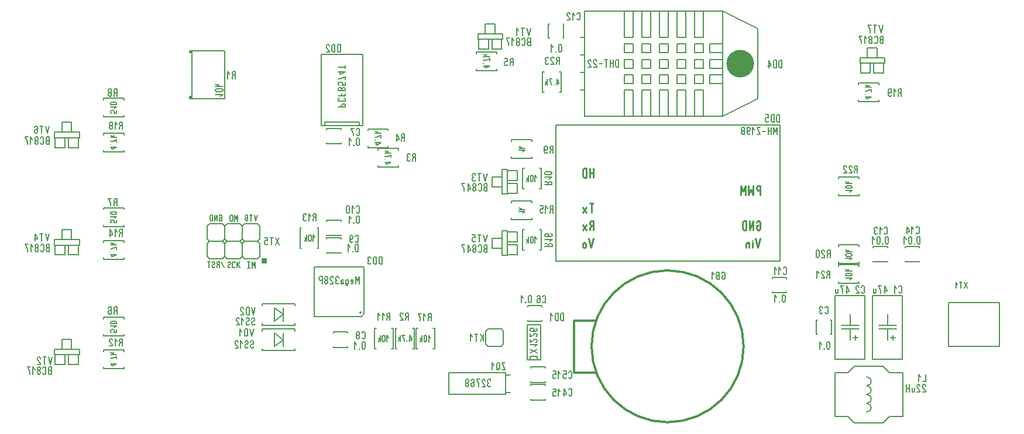
<source format=gbr>
%FSLAX34Y34*%
%MOMM*%
%LNSILK_BOTTOM*%
G71*
G01*
%ADD10C, 0.150*%
%ADD11C, 0.300*%
%ADD12C, 0.191*%
%ADD13C, 0.200*%
%ADD14C, 0.159*%
%ADD15C, 4.000*%
%ADD16C, 0.238*%
%LPD*%
G54D10*
X529775Y202150D02*
X461775Y202150D01*
X461775Y274150D01*
X533775Y274150D01*
X533775Y206150D01*
G54D10*
X529775Y202150D02*
X533775Y206150D01*
G54D11*
X528188Y208562D02*
X528188Y208562D01*
X528188Y208562D01*
G54D12*
X559528Y278309D02*
X559528Y288976D01*
X556862Y288976D01*
X555795Y288309D01*
X555262Y286976D01*
X555262Y280309D01*
X555795Y278976D01*
X556862Y278309D01*
X559528Y278309D01*
G54D12*
X551528Y278309D02*
X551528Y288976D01*
X548862Y288976D01*
X547795Y288309D01*
X547262Y286976D01*
X547262Y280309D01*
X547795Y278976D01*
X548862Y278309D01*
X551528Y278309D01*
G54D12*
X543528Y286976D02*
X542995Y288309D01*
X541928Y288976D01*
X540862Y288976D01*
X539795Y288309D01*
X539262Y286976D01*
X539262Y285642D01*
X539795Y284309D01*
X540862Y283642D01*
X539795Y282976D01*
X539262Y281642D01*
X539262Y280309D01*
X539795Y278976D01*
X540862Y278309D01*
X541928Y278309D01*
X542995Y278976D01*
X543528Y280309D01*
G54D12*
X526841Y249762D02*
X526841Y260429D01*
X524174Y253762D01*
X521508Y260429D01*
X521508Y249762D01*
G54D12*
X514575Y250429D02*
X515428Y249762D01*
X516495Y249762D01*
X517562Y250429D01*
X517775Y251762D01*
X517775Y254029D01*
X517242Y255362D01*
X516175Y255762D01*
X515108Y255362D01*
X514575Y254429D01*
X514575Y253096D01*
X517775Y253096D01*
G54D12*
X510842Y247762D02*
X509775Y247096D01*
X509029Y247096D01*
X507962Y247762D01*
X507642Y249096D01*
X507642Y255762D01*
G54D12*
X507642Y254029D02*
X508175Y255362D01*
X509242Y255762D01*
X510309Y255362D01*
X510842Y254029D01*
X510842Y251362D01*
X510309Y250029D01*
X509242Y249762D01*
X508175Y250029D01*
X507642Y251362D01*
G54D12*
X503909Y255096D02*
X502842Y255762D01*
X501562Y255762D01*
X500709Y254429D01*
X500709Y249762D01*
G54D12*
X500709Y251762D02*
X501242Y253096D01*
X502309Y253362D01*
X503376Y253096D01*
X503909Y251762D01*
X503696Y250429D01*
X502842Y249762D01*
X502309Y249762D01*
X502096Y249762D01*
X501242Y250429D01*
X500709Y251762D01*
G54D12*
X496976Y258429D02*
X496443Y259762D01*
X495376Y260429D01*
X494309Y260429D01*
X493243Y259762D01*
X492709Y258429D01*
X492709Y257096D01*
X493243Y255762D01*
X494309Y255096D01*
X493243Y254429D01*
X492709Y253096D01*
X492709Y251762D01*
X493243Y250429D01*
X494309Y249762D01*
X495376Y249762D01*
X496443Y250429D01*
X496976Y251762D01*
G54D12*
X484709Y249762D02*
X488976Y249762D01*
X488976Y250429D01*
X488443Y251762D01*
X485243Y255762D01*
X484709Y257096D01*
X484709Y258429D01*
X485243Y259762D01*
X486309Y260429D01*
X487376Y260429D01*
X488443Y259762D01*
X488976Y258429D01*
G54D12*
X478309Y255096D02*
X479376Y255096D01*
X480443Y255762D01*
X480976Y257096D01*
X480976Y258429D01*
X480443Y259762D01*
X479376Y260429D01*
X478309Y260429D01*
X477243Y259762D01*
X476709Y258429D01*
X476709Y257096D01*
X477243Y255762D01*
X478309Y255096D01*
X477243Y254429D01*
X476709Y253096D01*
X476709Y251762D01*
X477243Y250429D01*
X478309Y249762D01*
X479376Y249762D01*
X480443Y250429D01*
X480976Y251762D01*
X480976Y253096D01*
X480443Y254429D01*
X479376Y255096D01*
G54D12*
X472976Y249762D02*
X472976Y260429D01*
X470309Y260429D01*
X469243Y259762D01*
X468709Y258429D01*
X468709Y257096D01*
X469243Y255762D01*
X470309Y255096D01*
X472976Y255096D01*
G54D10*
X531925Y479250D02*
X471925Y479250D01*
X471925Y582150D01*
X531925Y582150D01*
X531925Y479250D01*
G54D10*
X526925Y479250D02*
X476925Y479250D01*
X476925Y484250D01*
X526925Y484250D01*
X526925Y479250D01*
G54D12*
X499304Y585762D02*
X499304Y596429D01*
X496638Y596429D01*
X495571Y595762D01*
X495038Y594429D01*
X495038Y587762D01*
X495571Y586429D01*
X496638Y585762D01*
X499304Y585762D01*
G54D12*
X491304Y585762D02*
X491304Y596429D01*
X488638Y596429D01*
X487571Y595762D01*
X487038Y594429D01*
X487038Y587762D01*
X487571Y586429D01*
X488638Y585762D01*
X491304Y585762D01*
G54D12*
X479038Y585762D02*
X483304Y585762D01*
X483304Y586429D01*
X482771Y587762D01*
X479571Y591762D01*
X479038Y593096D01*
X479038Y594429D01*
X479571Y595762D01*
X480638Y596429D01*
X481704Y596429D01*
X482771Y595762D01*
X483304Y594429D01*
G54D12*
X496000Y506350D02*
X506667Y506350D01*
X506667Y509017D01*
X506000Y510083D01*
X504667Y510617D01*
X503333Y510617D01*
X502000Y510083D01*
X501333Y509017D01*
X501333Y506350D01*
G54D12*
X498000Y518617D02*
X496667Y518083D01*
X496000Y517017D01*
X496000Y515950D01*
X496667Y514883D01*
X498000Y514350D01*
X504667Y514350D01*
X506000Y514883D01*
X506667Y515950D01*
X506667Y517017D01*
X506000Y518083D01*
X504667Y518617D01*
G54D12*
X496000Y522350D02*
X506667Y522350D01*
X506667Y526083D01*
G54D12*
X501333Y522350D02*
X501333Y526083D01*
G54D12*
X501333Y532483D02*
X501333Y531416D01*
X502000Y530349D01*
X503333Y529816D01*
X504667Y529816D01*
X506000Y530349D01*
X506667Y531416D01*
X506667Y532483D01*
X506000Y533549D01*
X504667Y534083D01*
X503333Y534083D01*
X502000Y533549D01*
X501333Y532483D01*
X500667Y533549D01*
X499333Y534083D01*
X498000Y534083D01*
X496667Y533549D01*
X496000Y532483D01*
X496000Y531416D01*
X496667Y530349D01*
X498000Y529816D01*
X499333Y529816D01*
X500667Y530349D01*
X501333Y531416D01*
G54D12*
X506667Y542083D02*
X506667Y537816D01*
X502000Y537816D01*
X502000Y538349D01*
X502667Y539416D01*
X502667Y540483D01*
X502000Y541549D01*
X500667Y542083D01*
X498000Y542083D01*
X496667Y541549D01*
X496000Y540483D01*
X496000Y539416D01*
X496667Y538349D01*
X498000Y537816D01*
G54D12*
X506667Y545816D02*
X506667Y550083D01*
X505333Y549549D01*
X503333Y548483D01*
X500667Y547416D01*
X498667Y546883D01*
X496000Y546883D01*
G54D12*
X496000Y557016D02*
X506667Y557016D01*
X500000Y553816D01*
X498667Y553816D01*
X498667Y558083D01*
G54D12*
X496000Y563949D02*
X506667Y563949D01*
G54D12*
X506667Y561816D02*
X506667Y566083D01*
G54D10*
X789375Y139525D02*
X769375Y139525D01*
X769375Y190625D01*
X789375Y190625D01*
X789375Y139525D01*
G54D10*
X784375Y139525D02*
X774375Y139525D01*
X774375Y144525D01*
X784375Y144525D01*
X784375Y139525D01*
G54D12*
X822534Y196295D02*
X822534Y206962D01*
X819868Y206962D01*
X818801Y206295D01*
X818268Y204962D01*
X818268Y198295D01*
X818801Y196962D01*
X819868Y196295D01*
X822534Y196295D01*
G54D12*
X814534Y196295D02*
X814534Y206962D01*
X811868Y206962D01*
X810801Y206295D01*
X810268Y204962D01*
X810268Y198295D01*
X810801Y196962D01*
X811868Y196295D01*
X814534Y196295D01*
G54D12*
X806534Y202962D02*
X803868Y206962D01*
X803868Y196295D01*
G54D12*
X784342Y149750D02*
X773675Y155083D01*
G54D12*
X773675Y149750D02*
X784342Y155083D01*
G54D12*
X780342Y158816D02*
X784342Y161483D01*
X773675Y161483D01*
G54D12*
X773675Y169483D02*
X773675Y165216D01*
X774342Y165216D01*
X775675Y165749D01*
X779675Y168949D01*
X781008Y169483D01*
X782342Y169483D01*
X783675Y168949D01*
X784342Y167883D01*
X784342Y166816D01*
X783675Y165749D01*
X782342Y165216D01*
G54D12*
X773675Y177483D02*
X773675Y173216D01*
X774342Y173216D01*
X775675Y173749D01*
X779675Y176949D01*
X781008Y177483D01*
X782342Y177483D01*
X783675Y176949D01*
X784342Y175883D01*
X784342Y174816D01*
X783675Y173749D01*
X782342Y173216D01*
G54D12*
X782342Y185483D02*
X783675Y184949D01*
X784342Y183883D01*
X784342Y182816D01*
X783675Y181749D01*
X782342Y181216D01*
X779008Y181216D01*
X778342Y181216D01*
X779675Y182816D01*
X779675Y183883D01*
X779008Y184949D01*
X777675Y185483D01*
X775675Y185483D01*
X774342Y184949D01*
X773675Y183883D01*
X773675Y182816D01*
X774342Y181749D01*
X775675Y181216D01*
X779008Y181216D01*
G54D11*
G75*
G01X1082825Y159225D02*
G03X1082825Y159225I-110000J0D01*
G01*
G54D11*
X868825Y196225D02*
X837825Y196225D01*
X837825Y121225D01*
X868825Y121225D01*
G54D12*
X1053617Y261698D02*
X1051483Y261698D01*
X1051483Y258365D01*
X1052017Y257032D01*
X1053083Y256365D01*
X1054150Y256365D01*
X1055217Y257032D01*
X1055750Y258365D01*
X1055750Y265032D01*
X1055217Y266365D01*
X1054150Y267032D01*
X1053083Y267032D01*
X1052017Y266365D01*
X1051483Y265032D01*
G54D12*
X1047750Y256365D02*
X1047750Y267032D01*
X1045083Y267032D01*
X1044017Y266365D01*
X1043483Y265032D01*
X1043483Y263698D01*
X1044017Y262365D01*
X1045083Y261698D01*
X1044017Y261032D01*
X1043483Y259698D01*
X1043483Y258365D01*
X1044017Y257032D01*
X1045083Y256365D01*
X1047750Y256365D01*
G54D12*
X1047750Y261698D02*
X1045083Y261698D01*
G54D12*
X1039750Y263032D02*
X1037083Y267032D01*
X1037083Y256365D01*
G54D13*
X1378962Y159100D02*
X1378962Y222750D01*
X1452825Y222750D01*
X1452825Y159100D01*
X1378962Y159100D01*
G54D14*
X1406592Y252312D02*
X1402148Y243424D01*
G54D14*
X1406592Y243424D02*
X1402148Y252312D01*
G54D14*
X1397259Y243424D02*
X1397259Y252312D01*
G54D14*
X1399037Y252312D02*
X1395482Y252312D01*
G54D14*
X1392370Y248979D02*
X1390148Y252312D01*
X1390148Y243424D01*
G54D13*
G75*
G01X1261105Y102075D02*
G03X1261105Y114775I0J6350D01*
G01*
G54D13*
G75*
G01X1261105Y89375D02*
G03X1261105Y102075I0J6350D01*
G01*
G54D13*
G75*
G01X1261105Y76675D02*
G03X1261105Y89375I0J6350D01*
G01*
G54D13*
G75*
G01X1261105Y63975D02*
G03X1261105Y76675I0J6350D01*
G01*
G54D13*
X1214750Y121125D02*
X1233800Y121125D01*
X1243325Y130650D01*
X1284600Y130650D01*
X1294125Y121125D01*
X1313175Y121125D01*
G54D13*
X1214750Y57625D02*
X1233800Y57625D01*
X1243325Y48100D01*
X1284600Y48100D01*
X1294125Y57625D01*
X1313175Y57625D01*
G54D13*
X1214750Y121125D02*
X1214750Y57625D01*
G54D13*
X1313175Y121125D02*
X1313175Y57625D01*
G54D12*
X1345925Y118692D02*
X1345925Y108025D01*
X1342192Y108025D01*
G54D12*
X1338459Y114692D02*
X1335792Y118692D01*
X1335792Y108025D01*
G54D12*
X1341658Y93200D02*
X1345925Y93200D01*
X1345925Y93867D01*
X1345392Y95200D01*
X1342192Y99200D01*
X1341658Y100533D01*
X1341658Y101867D01*
X1342192Y103200D01*
X1343258Y103867D01*
X1344325Y103867D01*
X1345392Y103200D01*
X1345925Y101867D01*
G54D12*
X1333658Y93200D02*
X1337925Y93200D01*
X1337925Y93867D01*
X1337392Y95200D01*
X1334192Y99200D01*
X1333658Y100533D01*
X1333658Y101867D01*
X1334192Y103200D01*
X1335258Y103867D01*
X1336325Y103867D01*
X1337392Y103200D01*
X1337925Y101867D01*
G54D12*
X1326725Y99200D02*
X1326725Y93200D01*
G54D12*
X1326725Y94533D02*
X1327258Y93467D01*
X1328325Y93200D01*
X1329392Y93467D01*
X1329925Y94533D01*
X1329925Y99200D01*
G54D12*
X1322992Y93200D02*
X1322992Y103867D01*
G54D12*
X1318725Y93200D02*
X1318725Y103867D01*
G54D12*
X1322992Y98533D02*
X1318725Y98533D01*
G54D13*
X1290950Y168750D02*
X1290950Y184625D01*
G54D13*
X1303650Y184625D02*
X1278250Y184625D01*
G54D13*
X1303650Y189388D02*
X1278250Y189388D01*
G54D13*
X1290950Y189388D02*
X1290950Y205262D01*
G54D13*
X1298888Y168750D02*
X1298888Y175100D01*
G54D13*
X1302062Y171925D02*
X1295712Y171925D01*
G54D13*
X1312222Y140334D02*
X1312222Y232409D01*
X1269360Y232409D01*
X1269360Y140334D01*
X1312222Y140334D01*
G54D12*
X1307495Y238422D02*
X1308028Y237088D01*
X1309095Y236422D01*
X1310162Y236422D01*
X1311228Y237088D01*
X1311762Y238422D01*
X1311762Y245088D01*
X1311228Y246422D01*
X1310162Y247088D01*
X1309095Y247088D01*
X1308028Y246422D01*
X1307495Y245088D01*
G54D12*
X1303762Y243088D02*
X1301095Y247088D01*
X1301095Y236422D01*
G54D12*
X1286904Y236547D02*
X1286904Y247214D01*
X1290104Y240547D01*
X1290104Y239214D01*
X1285838Y239214D01*
G54D12*
X1282104Y247214D02*
X1277838Y247214D01*
X1278371Y245880D01*
X1279438Y243880D01*
X1280504Y241214D01*
X1281038Y239214D01*
X1281038Y236547D01*
G54D12*
X1270904Y242547D02*
X1270904Y236547D01*
G54D12*
X1270904Y237880D02*
X1271438Y236814D01*
X1272504Y236547D01*
X1273571Y236814D01*
X1274104Y237880D01*
X1274104Y242547D01*
G54D10*
X1236975Y168750D02*
X1236975Y184625D01*
G54D10*
X1249675Y184625D02*
X1224275Y184625D01*
G54D10*
X1249675Y189388D02*
X1224275Y189388D01*
G54D10*
X1236975Y189388D02*
X1236975Y205262D01*
G54D10*
X1244912Y168750D02*
X1244912Y175100D01*
G54D10*
X1248088Y171925D02*
X1241738Y171925D01*
G54D10*
X1258248Y140334D02*
X1258248Y232409D01*
X1215385Y232409D01*
X1215385Y140334D01*
X1258248Y140334D01*
G54D12*
X1253368Y238269D02*
X1253902Y236936D01*
X1254968Y236269D01*
X1256035Y236269D01*
X1257102Y236936D01*
X1257635Y238269D01*
X1257635Y244936D01*
X1257102Y246269D01*
X1256035Y246936D01*
X1254968Y246936D01*
X1253902Y246269D01*
X1253368Y244936D01*
G54D12*
X1245368Y236269D02*
X1249635Y236269D01*
X1249635Y236936D01*
X1249102Y238269D01*
X1245902Y242269D01*
X1245368Y243602D01*
X1245368Y244936D01*
X1245902Y246269D01*
X1246968Y246936D01*
X1248035Y246936D01*
X1249102Y246269D01*
X1249635Y244936D01*
G54D12*
X1232296Y236230D02*
X1232296Y246896D01*
X1235496Y240230D01*
X1235496Y238896D01*
X1231229Y238896D01*
G54D12*
X1227496Y246896D02*
X1223229Y246896D01*
X1223762Y245563D01*
X1224829Y243563D01*
X1225896Y240896D01*
X1226429Y238896D01*
X1226429Y236230D01*
G54D12*
X1216296Y242230D02*
X1216296Y236230D01*
G54D12*
X1216296Y237563D02*
X1216829Y236496D01*
X1217896Y236230D01*
X1218962Y236496D01*
X1219496Y237563D01*
X1219496Y242230D01*
G54D13*
X1208400Y176688D02*
X1209988Y176688D01*
X1209988Y197325D01*
X1208400Y197325D01*
G54D13*
X1189350Y176688D02*
X1187762Y176688D01*
X1187762Y197325D01*
X1189350Y197325D01*
G54D12*
X1200913Y208413D02*
X1201447Y207080D01*
X1202513Y206413D01*
X1203580Y206413D01*
X1204647Y207080D01*
X1205180Y208413D01*
X1205180Y215080D01*
X1204647Y216413D01*
X1203580Y217080D01*
X1202513Y217080D01*
X1201447Y216413D01*
X1200913Y215080D01*
G54D12*
X1197180Y215080D02*
X1196647Y216413D01*
X1195580Y217080D01*
X1194513Y217080D01*
X1193447Y216413D01*
X1192913Y215080D01*
X1192913Y213746D01*
X1193447Y212413D01*
X1194513Y211746D01*
X1193447Y211080D01*
X1192913Y209746D01*
X1192913Y208413D01*
X1193447Y207080D01*
X1194513Y206413D01*
X1195580Y206413D01*
X1196647Y207080D01*
X1197180Y208413D01*
G54D12*
X1203243Y163972D02*
X1203243Y157306D01*
X1203777Y155972D01*
X1204843Y155306D01*
X1205910Y155306D01*
X1206977Y155972D01*
X1207510Y157306D01*
X1207510Y163972D01*
X1206977Y165306D01*
X1205910Y165972D01*
X1204843Y165972D01*
X1203777Y165306D01*
X1203243Y163972D01*
G54D12*
X1199083Y155306D02*
X1199510Y155306D01*
X1199510Y155839D01*
X1199083Y155839D01*
X1199083Y155306D01*
X1199510Y155306D01*
G54D12*
X1195350Y161972D02*
X1192683Y165972D01*
X1192683Y155306D01*
G54D13*
X795650Y102075D02*
X795650Y103662D01*
X775012Y103662D01*
X775012Y102075D01*
G54D13*
X795650Y83025D02*
X795650Y81438D01*
X775012Y81438D01*
X775012Y83025D01*
G54D12*
X829768Y89388D02*
X830302Y88055D01*
X831368Y87388D01*
X832435Y87388D01*
X833502Y88055D01*
X834035Y89388D01*
X834035Y96055D01*
X833502Y97388D01*
X832435Y98055D01*
X831368Y98055D01*
X830302Y97388D01*
X829768Y96055D01*
G54D12*
X822835Y87388D02*
X822835Y98055D01*
X826035Y91388D01*
X826035Y90055D01*
X821768Y90055D01*
G54D12*
X817525Y93517D02*
X814858Y97517D01*
X814858Y86850D01*
G54D12*
X806858Y97517D02*
X811125Y97517D01*
X811125Y92850D01*
X810592Y92850D01*
X809525Y93517D01*
X808458Y93517D01*
X807392Y92850D01*
X806858Y91517D01*
X806858Y88850D01*
X807392Y87517D01*
X808458Y86850D01*
X809525Y86850D01*
X810592Y87517D01*
X811125Y88850D01*
G54D13*
X795650Y127475D02*
X795650Y129062D01*
X775012Y129062D01*
X775012Y127475D01*
G54D13*
X795650Y108425D02*
X795650Y106838D01*
X775012Y106838D01*
X775012Y108425D01*
G54D12*
X829768Y114470D02*
X830302Y113136D01*
X831368Y112470D01*
X832435Y112470D01*
X833502Y113136D01*
X834035Y114470D01*
X834035Y121136D01*
X833502Y122470D01*
X832435Y123136D01*
X831368Y123136D01*
X830302Y122470D01*
X829768Y121136D01*
G54D12*
X821768Y123136D02*
X826035Y123136D01*
X826035Y118470D01*
X825502Y118470D01*
X824435Y119136D01*
X823368Y119136D01*
X822302Y118470D01*
X821768Y117136D01*
X821768Y114470D01*
X822302Y113136D01*
X823368Y112470D01*
X824435Y112470D01*
X825502Y113136D01*
X826035Y114470D01*
G54D12*
X817525Y119234D02*
X814858Y123234D01*
X814858Y112567D01*
G54D12*
X806858Y123234D02*
X811125Y123234D01*
X811125Y118567D01*
X810592Y118567D01*
X809525Y119234D01*
X808458Y119234D01*
X807392Y118567D01*
X806858Y117234D01*
X806858Y114567D01*
X807392Y113234D01*
X808458Y112567D01*
X809525Y112567D01*
X810592Y113234D01*
X811125Y114567D01*
G54D13*
X770250Y197325D02*
X770250Y195738D01*
X790888Y195738D01*
X790888Y197325D01*
G54D13*
X770250Y216375D02*
X770250Y217962D01*
X790888Y217962D01*
X790888Y216375D01*
G54D12*
X791935Y224301D02*
X792469Y222968D01*
X793535Y222301D01*
X794602Y222301D01*
X795669Y222968D01*
X796202Y224301D01*
X796202Y230968D01*
X795669Y232301D01*
X794602Y232968D01*
X793535Y232968D01*
X792469Y232301D01*
X791935Y230968D01*
G54D12*
X783935Y230968D02*
X784469Y232301D01*
X785535Y232968D01*
X786602Y232968D01*
X787669Y232301D01*
X788202Y230968D01*
X788202Y227634D01*
X788202Y226968D01*
X786602Y228301D01*
X785535Y228301D01*
X784469Y227634D01*
X783935Y226301D01*
X783935Y224301D01*
X784469Y222968D01*
X785535Y222301D01*
X786602Y222301D01*
X787669Y222968D01*
X788202Y224301D01*
X788202Y227634D01*
G54D12*
X771635Y231188D02*
X771635Y224521D01*
X772169Y223188D01*
X773235Y222521D01*
X774302Y222521D01*
X775369Y223188D01*
X775902Y224521D01*
X775902Y231188D01*
X775369Y232521D01*
X774302Y233188D01*
X773235Y233188D01*
X772169Y232521D01*
X771635Y231188D01*
G54D12*
X767475Y222521D02*
X767902Y222521D01*
X767902Y223054D01*
X767475Y223054D01*
X767475Y222521D01*
X767902Y222521D01*
G54D12*
X763742Y229188D02*
X761075Y233188D01*
X761075Y222521D01*
G54D13*
X500375Y473550D02*
X500375Y475138D01*
X479738Y475138D01*
X479738Y473550D01*
G54D13*
X500375Y454500D02*
X500375Y452912D01*
X479738Y452912D01*
X479738Y454500D01*
G54D12*
X522746Y466578D02*
X523279Y465245D01*
X524346Y464578D01*
X525412Y464578D01*
X526479Y465245D01*
X527012Y466578D01*
X527012Y473245D01*
X526479Y474578D01*
X525412Y475245D01*
X524346Y475245D01*
X523279Y474578D01*
X522746Y473245D01*
G54D12*
X519012Y475245D02*
X514746Y475245D01*
X515279Y473911D01*
X516346Y471911D01*
X517412Y469245D01*
X517946Y467245D01*
X517946Y464578D01*
G54D12*
X522746Y459055D02*
X522746Y452388D01*
X523279Y451055D01*
X524346Y450388D01*
X525412Y450388D01*
X526479Y451055D01*
X527012Y452388D01*
X527012Y459055D01*
X526479Y460388D01*
X525412Y461055D01*
X524346Y461055D01*
X523279Y460388D01*
X522746Y459055D01*
G54D12*
X518586Y450388D02*
X519012Y450388D01*
X519012Y450921D01*
X518586Y450921D01*
X518586Y450388D01*
X519012Y450388D01*
G54D12*
X514852Y457055D02*
X512186Y461055D01*
X512186Y450388D01*
G54D13*
X509900Y178275D02*
X509900Y179862D01*
X489262Y179862D01*
X489262Y178275D01*
G54D13*
X509900Y159225D02*
X509900Y157638D01*
X489262Y157638D01*
X489262Y159225D01*
G54D12*
X530683Y171938D02*
X531217Y170605D01*
X532283Y169938D01*
X533350Y169938D01*
X534417Y170605D01*
X534950Y171938D01*
X534950Y178605D01*
X534417Y179938D01*
X533350Y180605D01*
X532283Y180605D01*
X531217Y179938D01*
X530683Y178605D01*
G54D12*
X524283Y175271D02*
X525350Y175271D01*
X526417Y175938D01*
X526950Y177271D01*
X526950Y178605D01*
X526417Y179938D01*
X525350Y180605D01*
X524283Y180605D01*
X523217Y179938D01*
X522683Y178605D01*
X522683Y177271D01*
X523217Y175938D01*
X524283Y175271D01*
X523217Y174605D01*
X522683Y173271D01*
X522683Y171938D01*
X523217Y170605D01*
X524283Y169938D01*
X525350Y169938D01*
X526417Y170605D01*
X526950Y171938D01*
X526950Y173271D01*
X526417Y174605D01*
X525350Y175271D01*
G54D12*
X530683Y163780D02*
X530683Y157113D01*
X531217Y155780D01*
X532283Y155113D01*
X533350Y155113D01*
X534417Y155780D01*
X534950Y157113D01*
X534950Y163780D01*
X534417Y165113D01*
X533350Y165780D01*
X532283Y165780D01*
X531217Y165113D01*
X530683Y163780D01*
G54D12*
X526523Y155113D02*
X526950Y155113D01*
X526950Y155646D01*
X526523Y155646D01*
X526523Y155113D01*
X526950Y155113D01*
G54D12*
X522790Y161780D02*
X520123Y165780D01*
X520123Y155113D01*
G54D13*
X500375Y314800D02*
X500375Y316388D01*
X479738Y316388D01*
X479738Y314800D01*
G54D13*
X500375Y295750D02*
X500375Y294162D01*
X479738Y294162D01*
X479738Y295750D01*
G54D12*
X521158Y311637D02*
X521692Y310304D01*
X522758Y309637D01*
X523825Y309637D01*
X524892Y310304D01*
X525425Y311637D01*
X525425Y318304D01*
X524892Y319637D01*
X523825Y320304D01*
X522758Y320304D01*
X521692Y319637D01*
X521158Y318304D01*
G54D12*
X517425Y311637D02*
X516892Y310304D01*
X515825Y309637D01*
X514758Y309637D01*
X513692Y310304D01*
X513158Y311637D01*
X513158Y314970D01*
X513158Y315637D01*
X514758Y314304D01*
X515825Y314304D01*
X516892Y314970D01*
X517425Y316304D01*
X517425Y318304D01*
X516892Y319637D01*
X515825Y320304D01*
X514758Y320304D01*
X513692Y319637D01*
X513158Y318304D01*
X513158Y314970D01*
G54D12*
X521158Y305066D02*
X521158Y298400D01*
X521692Y297066D01*
X522758Y296400D01*
X523825Y296400D01*
X524892Y297066D01*
X525425Y298400D01*
X525425Y305066D01*
X524892Y306400D01*
X523825Y307066D01*
X522758Y307066D01*
X521692Y306400D01*
X521158Y305066D01*
G54D12*
X516998Y296400D02*
X517425Y296400D01*
X517425Y296933D01*
X516998Y296933D01*
X516998Y296400D01*
X517425Y296400D01*
G54D12*
X513265Y303066D02*
X510598Y307066D01*
X510598Y296400D01*
G54D13*
X500338Y340200D02*
X500338Y341788D01*
X479700Y341788D01*
X479700Y340200D01*
G54D13*
X500338Y321150D02*
X500338Y319562D01*
X479700Y319562D01*
X479700Y321150D01*
G54D12*
X522708Y354500D02*
X523242Y353166D01*
X524308Y352500D01*
X525375Y352500D01*
X526442Y353166D01*
X526975Y354500D01*
X526975Y361166D01*
X526442Y362500D01*
X525375Y363166D01*
X524308Y363166D01*
X523242Y362500D01*
X522708Y361166D01*
G54D12*
X518975Y359166D02*
X516308Y363166D01*
X516308Y352500D01*
G54D12*
X508308Y361166D02*
X508308Y354500D01*
X508842Y353166D01*
X509908Y352500D01*
X510975Y352500D01*
X512042Y353166D01*
X512575Y354500D01*
X512575Y361166D01*
X512042Y362500D01*
X510975Y363166D01*
X509908Y363166D01*
X508842Y362500D01*
X508308Y361166D01*
G54D12*
X522708Y346341D02*
X522708Y339674D01*
X523242Y338341D01*
X524308Y337674D01*
X525375Y337674D01*
X526442Y338341D01*
X526975Y339674D01*
X526975Y346341D01*
X526442Y347674D01*
X525375Y348341D01*
X524308Y348341D01*
X523242Y347674D01*
X522708Y346341D01*
G54D12*
X518548Y337674D02*
X518975Y337674D01*
X518975Y338208D01*
X518548Y338208D01*
X518548Y337674D01*
X518975Y337674D01*
G54D12*
X514815Y344341D02*
X512148Y348341D01*
X512148Y337674D01*
G54D13*
X1144862Y257650D02*
X1144862Y259238D01*
X1124225Y259238D01*
X1124225Y257650D01*
G54D13*
X1144862Y238600D02*
X1144862Y237012D01*
X1124225Y237012D01*
X1124225Y238600D01*
G54D12*
X1140246Y265600D02*
X1140779Y264266D01*
X1141846Y263600D01*
X1142912Y263600D01*
X1143979Y264266D01*
X1144512Y265600D01*
X1144512Y272266D01*
X1143979Y273600D01*
X1142912Y274266D01*
X1141846Y274266D01*
X1140779Y273600D01*
X1140246Y272266D01*
G54D12*
X1136512Y270266D02*
X1133846Y274266D01*
X1133846Y263600D01*
G54D12*
X1130112Y270266D02*
X1127446Y274266D01*
X1127446Y263600D01*
G54D12*
X1138658Y232041D02*
X1138658Y225374D01*
X1139192Y224041D01*
X1140258Y223374D01*
X1141325Y223374D01*
X1142392Y224041D01*
X1142925Y225374D01*
X1142925Y232041D01*
X1142392Y233374D01*
X1141325Y234041D01*
X1140258Y234041D01*
X1139192Y233374D01*
X1138658Y232041D01*
G54D12*
X1134498Y223374D02*
X1134925Y223374D01*
X1134925Y223908D01*
X1134498Y223908D01*
X1134498Y223374D01*
X1134925Y223374D01*
G54D12*
X1130765Y230041D02*
X1128098Y234041D01*
X1128098Y223374D01*
G54D13*
X802000Y626585D02*
X800412Y626585D01*
X800412Y605948D01*
X802000Y605948D01*
G54D13*
X821050Y626585D02*
X822638Y626585D01*
X822638Y605948D01*
X821050Y605948D01*
G54D12*
X841820Y634206D02*
X842353Y632872D01*
X843420Y632206D01*
X844486Y632206D01*
X845553Y632872D01*
X846086Y634206D01*
X846086Y640872D01*
X845553Y642206D01*
X844486Y642872D01*
X843420Y642872D01*
X842353Y642206D01*
X841820Y640872D01*
G54D12*
X838086Y638872D02*
X835420Y642872D01*
X835420Y632206D01*
G54D12*
X827420Y632206D02*
X831686Y632206D01*
X831686Y632872D01*
X831153Y634206D01*
X827953Y638206D01*
X827420Y639539D01*
X827420Y640872D01*
X827953Y642206D01*
X829020Y642872D01*
X830086Y642872D01*
X831153Y642206D01*
X831686Y640872D01*
G54D12*
X815037Y594532D02*
X815037Y587866D01*
X815571Y586532D01*
X816637Y585866D01*
X817704Y585866D01*
X818771Y586532D01*
X819304Y587866D01*
X819304Y594532D01*
X818771Y595866D01*
X817704Y596532D01*
X816637Y596532D01*
X815571Y595866D01*
X815037Y594532D01*
G54D12*
X810877Y585866D02*
X811304Y585866D01*
X811304Y586399D01*
X810877Y586399D01*
X810877Y585866D01*
X811304Y585866D01*
G54D12*
X807144Y592532D02*
X804477Y596532D01*
X804477Y585866D01*
G54D13*
X1290950Y302100D02*
X1290950Y303688D01*
X1270312Y303688D01*
X1270312Y302100D01*
G54D13*
X1290950Y283050D02*
X1290950Y281462D01*
X1270312Y281462D01*
X1270312Y283050D01*
G54D12*
X1286333Y323543D02*
X1286867Y322210D01*
X1287933Y321543D01*
X1289000Y321543D01*
X1290067Y322210D01*
X1290600Y323543D01*
X1290600Y330210D01*
X1290067Y331543D01*
X1289000Y332210D01*
X1287933Y332210D01*
X1286867Y331543D01*
X1286333Y330210D01*
G54D12*
X1282600Y328210D02*
X1279933Y332210D01*
X1279933Y321543D01*
G54D12*
X1276200Y330210D02*
X1275667Y331543D01*
X1274600Y332210D01*
X1273533Y332210D01*
X1272467Y331543D01*
X1271933Y330210D01*
X1271933Y328877D01*
X1272467Y327543D01*
X1273533Y326877D01*
X1272467Y326210D01*
X1271933Y324877D01*
X1271933Y323543D01*
X1272467Y322210D01*
X1273533Y321543D01*
X1274600Y321543D01*
X1275667Y322210D01*
X1276200Y323543D01*
G54D12*
X1287921Y316179D02*
X1287921Y309512D01*
X1288454Y308179D01*
X1289521Y307512D01*
X1290588Y307512D01*
X1291654Y308179D01*
X1292188Y309512D01*
X1292188Y316179D01*
X1291654Y317512D01*
X1290588Y318179D01*
X1289521Y318179D01*
X1288454Y317512D01*
X1287921Y316179D01*
G54D12*
X1283761Y307512D02*
X1284188Y307512D01*
X1284188Y308045D01*
X1283761Y308045D01*
X1283761Y307512D01*
X1284188Y307512D01*
G54D12*
X1275761Y316179D02*
X1275761Y309512D01*
X1276294Y308179D01*
X1277361Y307512D01*
X1278428Y307512D01*
X1279494Y308179D01*
X1280028Y309512D01*
X1280028Y316179D01*
X1279494Y317512D01*
X1278428Y318179D01*
X1277361Y318179D01*
X1276294Y317512D01*
X1275761Y316179D01*
G54D12*
X1272028Y314179D02*
X1269361Y318179D01*
X1269361Y307512D01*
G54D13*
X1336988Y302100D02*
X1336988Y303688D01*
X1316350Y303688D01*
X1316350Y302100D01*
G54D13*
X1336988Y283050D02*
X1336988Y281462D01*
X1316350Y281462D01*
X1316350Y283050D01*
G54D12*
X1332371Y324338D02*
X1332904Y323005D01*
X1333971Y322338D01*
X1335038Y322338D01*
X1336104Y323005D01*
X1336638Y324338D01*
X1336638Y331005D01*
X1336104Y332338D01*
X1335038Y333005D01*
X1333971Y333005D01*
X1332904Y332338D01*
X1332371Y331005D01*
G54D12*
X1328638Y329005D02*
X1325971Y333005D01*
X1325971Y322338D01*
G54D12*
X1319038Y322338D02*
X1319038Y333005D01*
X1322238Y326338D01*
X1322238Y325005D01*
X1317971Y325005D01*
G54D12*
X1333958Y316180D02*
X1333958Y309513D01*
X1334492Y308180D01*
X1335558Y307513D01*
X1336625Y307513D01*
X1337692Y308180D01*
X1338225Y309513D01*
X1338225Y316180D01*
X1337692Y317513D01*
X1336625Y318180D01*
X1335558Y318180D01*
X1334492Y317513D01*
X1333958Y316180D01*
G54D12*
X1329798Y307513D02*
X1330225Y307513D01*
X1330225Y308046D01*
X1329798Y308046D01*
X1329798Y307513D01*
X1330225Y307513D01*
G54D12*
X1321798Y316180D02*
X1321798Y309513D01*
X1322332Y308180D01*
X1323398Y307513D01*
X1324465Y307513D01*
X1325532Y308180D01*
X1326065Y309513D01*
X1326065Y316180D01*
X1325532Y317513D01*
X1324465Y318180D01*
X1323398Y318180D01*
X1322332Y317513D01*
X1321798Y316180D01*
G54D12*
X1318065Y314180D02*
X1315398Y318180D01*
X1315398Y307513D01*
G54D13*
X603562Y156050D02*
X605944Y156050D01*
X605944Y185418D01*
X603562Y185418D01*
G54D13*
X581337Y156050D02*
X578956Y156050D01*
X578956Y185418D01*
X581337Y185418D01*
G54D12*
X595827Y202307D02*
X594227Y200974D01*
X593693Y199641D01*
X593693Y196974D01*
G54D12*
X597960Y196974D02*
X597960Y207641D01*
X595293Y207641D01*
X594227Y206974D01*
X593693Y205641D01*
X593693Y204307D01*
X594227Y202974D01*
X595293Y202307D01*
X597960Y202307D01*
G54D12*
X585693Y196974D02*
X589960Y196974D01*
X589960Y197641D01*
X589427Y198974D01*
X586227Y202974D01*
X585693Y204307D01*
X585693Y205641D01*
X586227Y206974D01*
X587293Y207641D01*
X588360Y207641D01*
X589427Y206974D01*
X589960Y205641D01*
G54D14*
X599928Y166562D02*
X599928Y175450D01*
X602595Y169895D01*
X602595Y168784D01*
X599039Y168784D01*
G54D14*
X595572Y166562D02*
X595928Y166562D01*
X595928Y167006D01*
X595572Y167006D01*
X595572Y166562D01*
X595928Y166562D01*
G54D14*
X592461Y175450D02*
X588905Y175450D01*
X589350Y174339D01*
X590239Y172673D01*
X591128Y170450D01*
X591572Y168784D01*
X591572Y166562D01*
G54D14*
X585794Y166562D02*
X585794Y175450D01*
G54D14*
X584461Y169895D02*
X583127Y166562D01*
G54D14*
X585794Y168784D02*
X583127Y171562D01*
G54D13*
X583243Y443387D02*
X583243Y445768D01*
X553874Y445768D01*
X553874Y443387D01*
G54D13*
X583243Y421162D02*
X583243Y418781D01*
X553874Y418781D01*
X553874Y421162D01*
G54D12*
X606072Y433239D02*
X604472Y431906D01*
X603938Y430572D01*
X603938Y427906D01*
G54D12*
X608205Y427906D02*
X608205Y438572D01*
X605538Y438572D01*
X604472Y437906D01*
X603938Y436572D01*
X603938Y435239D01*
X604472Y433906D01*
X605538Y433239D01*
X608205Y433239D01*
G54D12*
X600205Y436572D02*
X599672Y437906D01*
X598605Y438572D01*
X597538Y438572D01*
X596472Y437906D01*
X595938Y436572D01*
X595938Y435239D01*
X596472Y433906D01*
X597538Y433239D01*
X596472Y432572D01*
X595938Y431239D01*
X595938Y429906D01*
X596472Y428572D01*
X597538Y427906D01*
X598605Y427906D01*
X599672Y428572D01*
X600205Y429906D01*
G54D14*
X563842Y425650D02*
X572730Y425650D01*
X567175Y422984D01*
X566064Y422984D01*
X566064Y426539D01*
G54D14*
X563842Y430006D02*
X563842Y429650D01*
X564286Y429650D01*
X564286Y430006D01*
X563842Y430006D01*
X563842Y429650D01*
G54D14*
X572730Y433118D02*
X572730Y436673D01*
X571619Y436229D01*
X569953Y435340D01*
X567730Y434451D01*
X566064Y434006D01*
X563842Y434006D01*
G54D14*
X563842Y439784D02*
X572730Y439784D01*
G54D14*
X567175Y441118D02*
X563842Y442451D01*
G54D14*
X566064Y439784D02*
X568842Y442451D01*
G54D13*
X568638Y471962D02*
X568638Y474344D01*
X539269Y474344D01*
X539269Y471962D01*
G54D13*
X568638Y449737D02*
X568638Y447356D01*
X539269Y447356D01*
X539269Y449737D01*
G54D12*
X589879Y461814D02*
X588279Y460480D01*
X587746Y459147D01*
X587746Y456480D01*
G54D12*
X592012Y456480D02*
X592012Y467147D01*
X589346Y467147D01*
X588279Y466480D01*
X587746Y465147D01*
X587746Y463814D01*
X588279Y462480D01*
X589346Y461814D01*
X592012Y461814D01*
G54D12*
X580812Y456480D02*
X580812Y467147D01*
X584012Y460480D01*
X584012Y459147D01*
X579746Y459147D01*
G54D14*
X549236Y454225D02*
X558125Y454225D01*
X552570Y451558D01*
X551459Y451558D01*
X551459Y455114D01*
G54D14*
X549236Y458581D02*
X549236Y458226D01*
X549681Y458226D01*
X549681Y458581D01*
X549236Y458581D01*
X549236Y458226D01*
G54D14*
X558125Y461692D02*
X558125Y465248D01*
X557014Y464804D01*
X555348Y463915D01*
X553125Y463026D01*
X551459Y462581D01*
X549236Y462581D01*
G54D14*
X549236Y468360D02*
X558125Y468360D01*
G54D14*
X552570Y469693D02*
X549236Y471026D01*
G54D14*
X551459Y468360D02*
X554236Y471026D01*
G54D13*
X725800Y583087D02*
X725800Y585468D01*
X696432Y585468D01*
X696432Y583087D01*
G54D13*
X725800Y560862D02*
X725800Y558481D01*
X696432Y558481D01*
X696432Y560862D01*
G54D12*
X747042Y571351D02*
X745442Y570018D01*
X744908Y568685D01*
X744908Y566018D01*
G54D12*
X749175Y566018D02*
X749175Y576685D01*
X746508Y576685D01*
X745442Y576018D01*
X744908Y574685D01*
X744908Y573351D01*
X745442Y572018D01*
X746508Y571351D01*
X749175Y571351D01*
G54D12*
X736908Y576685D02*
X741175Y576685D01*
X741175Y572018D01*
X740642Y572018D01*
X739575Y572685D01*
X738508Y572685D01*
X737442Y572018D01*
X736908Y570685D01*
X736908Y568018D01*
X737442Y566685D01*
X738508Y566018D01*
X739575Y566018D01*
X740642Y566685D01*
X741175Y568018D01*
G54D14*
X706399Y565350D02*
X715288Y565350D01*
X709732Y562684D01*
X708621Y562684D01*
X708621Y566239D01*
G54D14*
X706399Y569706D02*
X706399Y569350D01*
X706843Y569350D01*
X706843Y569706D01*
X706399Y569706D01*
X706399Y569350D01*
G54D14*
X715288Y572818D02*
X715288Y576373D01*
X714177Y575929D01*
X712510Y575040D01*
X710288Y574151D01*
X708621Y573706D01*
X706399Y573706D01*
G54D14*
X706399Y579484D02*
X715288Y579484D01*
G54D14*
X709732Y580818D02*
X706399Y582151D01*
G54D14*
X708621Y579484D02*
X711399Y582151D01*
G54D13*
X186050Y516412D02*
X186050Y518794D01*
X156682Y518794D01*
X156682Y516412D01*
G54D13*
X186050Y494187D02*
X186050Y491806D01*
X156682Y491806D01*
X156682Y494187D01*
G54D12*
X173954Y526901D02*
X172354Y525568D01*
X171821Y524235D01*
X171821Y521568D01*
G54D12*
X176088Y521568D02*
X176088Y532235D01*
X173421Y532235D01*
X172354Y531568D01*
X171821Y530235D01*
X171821Y528901D01*
X172354Y527568D01*
X173421Y526901D01*
X176088Y526901D01*
G54D12*
X165421Y526901D02*
X166488Y526901D01*
X167554Y527568D01*
X168088Y528901D01*
X168088Y530235D01*
X167554Y531568D01*
X166488Y532235D01*
X165421Y532235D01*
X164354Y531568D01*
X163821Y530235D01*
X163821Y528901D01*
X164354Y527568D01*
X165421Y526901D01*
X164354Y526235D01*
X163821Y524901D01*
X163821Y523568D01*
X164354Y522235D01*
X165421Y521568D01*
X166488Y521568D01*
X167554Y522235D01*
X168088Y523568D01*
X168088Y524901D01*
X167554Y526235D01*
X166488Y526901D01*
G54D14*
X175538Y500834D02*
X175538Y497278D01*
X171649Y497278D01*
X171649Y497723D01*
X172204Y498612D01*
X172204Y499501D01*
X171649Y500390D01*
X170538Y500834D01*
X168316Y500834D01*
X167204Y500390D01*
X166649Y499501D01*
X166649Y498612D01*
X167204Y497723D01*
X168316Y497278D01*
G54D14*
X172204Y503946D02*
X175538Y506168D01*
X166649Y506168D01*
G54D14*
X173871Y512834D02*
X168316Y512834D01*
X167204Y512390D01*
X166649Y511501D01*
X166649Y510612D01*
X167204Y509723D01*
X168316Y509278D01*
X173871Y509278D01*
X174982Y509723D01*
X175538Y510612D01*
X175538Y511501D01*
X174982Y512390D01*
X173871Y512834D01*
G54D13*
X186050Y357662D02*
X186050Y360044D01*
X156682Y360044D01*
X156682Y357662D01*
G54D13*
X186050Y335437D02*
X186050Y333056D01*
X156682Y333056D01*
X156682Y335437D01*
G54D12*
X173954Y368151D02*
X172354Y366818D01*
X171821Y365485D01*
X171821Y362818D01*
G54D12*
X176088Y362818D02*
X176088Y373485D01*
X173421Y373485D01*
X172354Y372818D01*
X171821Y371485D01*
X171821Y370151D01*
X172354Y368818D01*
X173421Y368151D01*
X176088Y368151D01*
G54D12*
X168088Y373485D02*
X163821Y373485D01*
X164354Y372151D01*
X165421Y370151D01*
X166488Y367485D01*
X167021Y365485D01*
X167021Y362818D01*
G54D14*
X175538Y342084D02*
X175538Y338528D01*
X171649Y338528D01*
X171649Y338973D01*
X172204Y339862D01*
X172204Y340751D01*
X171649Y341640D01*
X170538Y342084D01*
X168316Y342084D01*
X167204Y341640D01*
X166649Y340751D01*
X166649Y339862D01*
X167204Y338973D01*
X168316Y338528D01*
G54D14*
X172204Y345196D02*
X175538Y347418D01*
X166649Y347418D01*
G54D14*
X173871Y354084D02*
X168316Y354084D01*
X167204Y353640D01*
X166649Y352751D01*
X166649Y351862D01*
X167204Y350973D01*
X168316Y350528D01*
X173871Y350528D01*
X174982Y350973D01*
X175538Y351862D01*
X175538Y352751D01*
X174982Y353640D01*
X173871Y354084D01*
G54D13*
X186050Y198912D02*
X186050Y201294D01*
X156682Y201294D01*
X156682Y198912D01*
G54D13*
X186050Y176687D02*
X186050Y174306D01*
X156682Y174306D01*
X156682Y176687D01*
G54D12*
X173954Y210989D02*
X172354Y209656D01*
X171821Y208322D01*
X171821Y205656D01*
G54D12*
X176088Y205656D02*
X176088Y216322D01*
X173421Y216322D01*
X172354Y215656D01*
X171821Y214322D01*
X171821Y212989D01*
X172354Y211656D01*
X173421Y210989D01*
X176088Y210989D01*
G54D12*
X163821Y214322D02*
X164354Y215656D01*
X165421Y216322D01*
X166488Y216322D01*
X167554Y215656D01*
X168088Y214322D01*
X168088Y210989D01*
X168088Y210322D01*
X166488Y211656D01*
X165421Y211656D01*
X164354Y210989D01*
X163821Y209656D01*
X163821Y207656D01*
X164354Y206322D01*
X165421Y205656D01*
X166488Y205656D01*
X167554Y206322D01*
X168088Y207656D01*
X168088Y210989D01*
G54D14*
X175538Y183334D02*
X175538Y179778D01*
X171649Y179778D01*
X171649Y180223D01*
X172204Y181112D01*
X172204Y182001D01*
X171649Y182890D01*
X170538Y183334D01*
X168316Y183334D01*
X167204Y182890D01*
X166649Y182001D01*
X166649Y181112D01*
X167204Y180223D01*
X168316Y179778D01*
G54D14*
X172204Y186446D02*
X175538Y188668D01*
X166649Y188668D01*
G54D14*
X173871Y195334D02*
X168316Y195334D01*
X167204Y194890D01*
X166649Y194001D01*
X166649Y193112D01*
X167204Y192223D01*
X168316Y191778D01*
X173871Y191778D01*
X174982Y192223D01*
X175538Y193112D01*
X175538Y194001D01*
X174982Y194890D01*
X173871Y195334D01*
G54D13*
X776600Y367187D02*
X776600Y369568D01*
X747232Y369568D01*
X747232Y367187D01*
G54D13*
X776600Y344962D02*
X776600Y342581D01*
X747232Y342581D01*
X747232Y344962D01*
G54D12*
X804827Y357674D02*
X803227Y356340D01*
X802693Y355007D01*
X802693Y352340D01*
G54D12*
X806960Y352340D02*
X806960Y363007D01*
X804293Y363007D01*
X803227Y362340D01*
X802693Y361007D01*
X802693Y359674D01*
X803227Y358340D01*
X804293Y357674D01*
X806960Y357674D01*
G54D12*
X798960Y359007D02*
X796293Y363007D01*
X796293Y352340D01*
G54D12*
X788293Y363007D02*
X792560Y363007D01*
X792560Y358340D01*
X792027Y358340D01*
X790960Y359007D01*
X789893Y359007D01*
X788827Y358340D01*
X788293Y357007D01*
X788293Y354340D01*
X788827Y353007D01*
X789893Y352340D01*
X790960Y352340D01*
X792027Y353007D01*
X792560Y354340D01*
G54D14*
X763072Y352181D02*
X766405Y354403D01*
X757516Y354403D01*
G54D14*
X757516Y357514D02*
X766405Y357514D01*
G54D14*
X760850Y358847D02*
X757516Y360181D01*
G54D14*
X759739Y357514D02*
X762516Y360181D01*
G54D13*
X787712Y298925D02*
X790094Y298925D01*
X790094Y328294D01*
X787712Y328294D01*
G54D13*
X765487Y298925D02*
X763106Y298925D01*
X763106Y328294D01*
X765487Y328294D01*
G54D12*
X800424Y305941D02*
X799090Y307541D01*
X797757Y308074D01*
X795090Y308074D01*
G54D12*
X795090Y303808D02*
X805757Y303808D01*
X805757Y306474D01*
X805090Y307541D01*
X803757Y308074D01*
X802424Y308074D01*
X801090Y307541D01*
X800424Y306474D01*
X800424Y303808D01*
G54D12*
X801757Y311808D02*
X805757Y314474D01*
X795090Y314474D01*
G54D12*
X803757Y322474D02*
X805090Y321941D01*
X805757Y320874D01*
X805757Y319808D01*
X805090Y318741D01*
X803757Y318208D01*
X800424Y318208D01*
X799757Y318208D01*
X801090Y319808D01*
X801090Y320874D01*
X800424Y321941D01*
X799090Y322474D01*
X797090Y322474D01*
X795757Y321941D01*
X795090Y320874D01*
X795090Y319808D01*
X795757Y318741D01*
X797090Y318208D01*
X800424Y318208D01*
G54D14*
X783296Y314676D02*
X781074Y318009D01*
X781074Y309120D01*
G54D14*
X774407Y316342D02*
X774407Y310787D01*
X774852Y309676D01*
X775741Y309120D01*
X776630Y309120D01*
X777519Y309676D01*
X777963Y310787D01*
X777963Y316342D01*
X777519Y317453D01*
X776630Y318009D01*
X775741Y318009D01*
X774852Y317453D01*
X774407Y316342D01*
G54D14*
X771296Y309120D02*
X771296Y318009D01*
G54D14*
X769963Y312453D02*
X768629Y309120D01*
G54D14*
X771296Y311342D02*
X768629Y314120D01*
G54D13*
X633725Y156050D02*
X636106Y156050D01*
X636106Y185418D01*
X633725Y185418D01*
G54D13*
X611500Y156050D02*
X609118Y156050D01*
X609118Y185418D01*
X611500Y185418D01*
G54D12*
X628453Y201470D02*
X626853Y200137D01*
X626319Y198804D01*
X626319Y196137D01*
G54D12*
X630586Y196137D02*
X630586Y206804D01*
X627919Y206804D01*
X626853Y206137D01*
X626319Y204804D01*
X626319Y203470D01*
X626853Y202137D01*
X627919Y201470D01*
X630586Y201470D01*
G54D12*
X622586Y202804D02*
X619919Y206804D01*
X619919Y196137D01*
G54D12*
X616186Y206804D02*
X611919Y206804D01*
X612453Y205470D01*
X613519Y203470D01*
X614586Y200804D01*
X615119Y198804D01*
X615119Y196137D01*
G54D14*
X629308Y171801D02*
X627086Y175134D01*
X627086Y166245D01*
G54D14*
X620420Y173467D02*
X620420Y167912D01*
X620864Y166801D01*
X621753Y166245D01*
X622642Y166245D01*
X623531Y166801D01*
X623976Y167912D01*
X623976Y173467D01*
X623531Y174578D01*
X622642Y175134D01*
X621753Y175134D01*
X620864Y174578D01*
X620420Y173467D01*
G54D14*
X617308Y166245D02*
X617308Y175134D01*
G54D14*
X615975Y169578D02*
X614642Y166245D01*
G54D14*
X617308Y168467D02*
X614642Y171245D01*
G54D13*
X186050Y465612D02*
X186050Y467994D01*
X156682Y467994D01*
X156682Y465612D01*
G54D13*
X186050Y443387D02*
X186050Y441006D01*
X156682Y441006D01*
X156682Y443387D01*
G54D12*
X181892Y479276D02*
X180292Y477943D01*
X179758Y476610D01*
X179758Y473943D01*
G54D12*
X184025Y473943D02*
X184025Y484610D01*
X181358Y484610D01*
X180292Y483943D01*
X179758Y482610D01*
X179758Y481276D01*
X180292Y479943D01*
X181358Y479276D01*
X184025Y479276D01*
G54D12*
X176025Y480610D02*
X173358Y484610D01*
X173358Y473943D01*
G54D12*
X166958Y479276D02*
X168025Y479276D01*
X169092Y479943D01*
X169625Y481276D01*
X169625Y482610D01*
X169092Y483943D01*
X168025Y484610D01*
X166958Y484610D01*
X165892Y483943D01*
X165358Y482610D01*
X165358Y481276D01*
X165892Y479943D01*
X166958Y479276D01*
X165892Y478610D01*
X165358Y477276D01*
X165358Y475943D01*
X165892Y474610D01*
X166958Y473943D01*
X168025Y473943D01*
X169092Y474610D01*
X169625Y475943D01*
X169625Y477276D01*
X169092Y478610D01*
X168025Y479276D01*
G54D14*
X166649Y447875D02*
X175538Y447875D01*
X169982Y445208D01*
X168871Y445208D01*
X168871Y448764D01*
G54D14*
X166649Y452231D02*
X166649Y451876D01*
X167094Y451876D01*
X167094Y452231D01*
X166649Y452231D01*
X166649Y451876D01*
G54D14*
X175538Y455342D02*
X175538Y458898D01*
X174427Y458454D01*
X172760Y457565D01*
X170538Y456676D01*
X168871Y456231D01*
X166649Y456231D01*
G54D14*
X166649Y462010D02*
X175538Y462010D01*
G54D14*
X169982Y463343D02*
X166649Y464676D01*
G54D14*
X168871Y462010D02*
X171649Y464676D01*
G54D13*
X443225Y330675D02*
X440844Y330675D01*
X440844Y301306D01*
X443225Y301306D01*
G54D13*
X465450Y330675D02*
X467832Y330675D01*
X467832Y301306D01*
X465450Y301306D01*
G54D12*
X462161Y346305D02*
X460561Y344972D01*
X460027Y343638D01*
X460027Y340972D01*
G54D12*
X464294Y340972D02*
X464294Y351638D01*
X461627Y351638D01*
X460561Y350972D01*
X460027Y349638D01*
X460027Y348305D01*
X460561Y346972D01*
X461627Y346305D01*
X464294Y346305D01*
G54D12*
X456294Y347638D02*
X453627Y351638D01*
X453627Y340972D01*
G54D12*
X449894Y349638D02*
X449361Y350972D01*
X448294Y351638D01*
X447227Y351638D01*
X446161Y350972D01*
X445627Y349638D01*
X445627Y348305D01*
X446161Y346972D01*
X447227Y346305D01*
X446161Y345638D01*
X445627Y344305D01*
X445627Y342972D01*
X446161Y341638D01*
X447227Y340972D01*
X448294Y340972D01*
X449361Y341638D01*
X449894Y342972D01*
G54D14*
X462360Y317147D02*
X460137Y320480D01*
X460137Y311592D01*
G54D14*
X453471Y318814D02*
X453471Y313258D01*
X453915Y312147D01*
X454804Y311592D01*
X455693Y311592D01*
X456582Y312147D01*
X457026Y313258D01*
X457026Y318814D01*
X456582Y319925D01*
X455693Y320480D01*
X454804Y320480D01*
X453915Y319925D01*
X453471Y318814D01*
G54D14*
X450360Y311592D02*
X450360Y320480D01*
G54D14*
X449026Y314925D02*
X447693Y311592D01*
G54D14*
X450360Y313814D02*
X447693Y316592D01*
G54D13*
X186050Y310037D02*
X186050Y312418D01*
X156682Y312418D01*
X156682Y310037D01*
G54D13*
X186050Y287812D02*
X186050Y285431D01*
X156682Y285431D01*
X156682Y287812D01*
G54D12*
X181892Y323701D02*
X180292Y322368D01*
X179758Y321035D01*
X179758Y318368D01*
G54D12*
X184025Y318368D02*
X184025Y329035D01*
X181358Y329035D01*
X180292Y328368D01*
X179758Y327035D01*
X179758Y325701D01*
X180292Y324368D01*
X181358Y323701D01*
X184025Y323701D01*
G54D12*
X176025Y325035D02*
X173358Y329035D01*
X173358Y318368D01*
G54D12*
X166425Y318368D02*
X166425Y329035D01*
X169625Y322368D01*
X169625Y321035D01*
X165358Y321035D01*
G54D14*
X166649Y292300D02*
X175538Y292300D01*
X169982Y289634D01*
X168871Y289634D01*
X168871Y293189D01*
G54D14*
X166649Y296656D02*
X166649Y296300D01*
X167094Y296300D01*
X167094Y296656D01*
X166649Y296656D01*
X166649Y296300D01*
G54D14*
X175538Y299768D02*
X175538Y303323D01*
X174427Y302879D01*
X172760Y301990D01*
X170538Y301101D01*
X168871Y300656D01*
X166649Y300656D01*
G54D14*
X166649Y306434D02*
X175538Y306434D01*
G54D14*
X169982Y307768D02*
X166649Y309101D01*
G54D14*
X168871Y306434D02*
X171649Y309101D01*
G54D13*
X776600Y456087D02*
X776600Y458468D01*
X747232Y458468D01*
X747232Y456087D01*
G54D13*
X776600Y433862D02*
X776600Y431481D01*
X747232Y431481D01*
X747232Y433862D01*
G54D12*
X804827Y444351D02*
X803227Y443018D01*
X802693Y441685D01*
X802693Y439018D01*
G54D12*
X806960Y439018D02*
X806960Y449685D01*
X804293Y449685D01*
X803227Y449018D01*
X802693Y447685D01*
X802693Y446351D01*
X803227Y445018D01*
X804293Y444351D01*
X806960Y444351D01*
G54D12*
X798960Y441018D02*
X798427Y439685D01*
X797360Y439018D01*
X796293Y439018D01*
X795227Y439685D01*
X794693Y441018D01*
X794693Y444351D01*
X794693Y445018D01*
X796293Y443685D01*
X797360Y443685D01*
X798427Y444351D01*
X798960Y445685D01*
X798960Y447685D01*
X798427Y449018D01*
X797360Y449685D01*
X796293Y449685D01*
X795227Y449018D01*
X794693Y447685D01*
X794693Y444351D01*
G54D14*
X763072Y441081D02*
X766405Y443303D01*
X757516Y443303D01*
G54D14*
X757516Y446414D02*
X766405Y446414D01*
G54D14*
X760850Y447747D02*
X757516Y449081D01*
G54D14*
X759739Y446414D02*
X762516Y449081D01*
G54D13*
X787712Y387825D02*
X790094Y387825D01*
X790094Y417194D01*
X787712Y417194D01*
G54D13*
X765487Y387825D02*
X763106Y387825D01*
X763106Y417194D01*
X765487Y417194D01*
G54D12*
X800106Y395793D02*
X798773Y397393D01*
X797440Y397927D01*
X794773Y397927D01*
G54D12*
X794773Y393660D02*
X805440Y393660D01*
X805440Y396327D01*
X804773Y397393D01*
X803440Y397927D01*
X802106Y397927D01*
X800773Y397393D01*
X800106Y396327D01*
X800106Y393660D01*
G54D12*
X801440Y401660D02*
X805440Y404327D01*
X794773Y404327D01*
G54D12*
X803440Y412327D02*
X796773Y412327D01*
X795440Y411793D01*
X794773Y410727D01*
X794773Y409660D01*
X795440Y408593D01*
X796773Y408060D01*
X803440Y408060D01*
X804773Y408593D01*
X805440Y409660D01*
X805440Y410727D01*
X804773Y411793D01*
X803440Y412327D01*
G54D14*
X783296Y403576D02*
X781074Y406909D01*
X781074Y398020D01*
G54D14*
X774407Y405242D02*
X774407Y399687D01*
X774852Y398576D01*
X775741Y398020D01*
X776630Y398020D01*
X777519Y398576D01*
X777963Y399687D01*
X777963Y405242D01*
X777519Y406353D01*
X776630Y406909D01*
X775741Y406909D01*
X774852Y406353D01*
X774407Y405242D01*
G54D14*
X771296Y398020D02*
X771296Y406909D01*
G54D14*
X769963Y401353D02*
X768629Y398020D01*
G54D14*
X771296Y400242D02*
X768629Y403020D01*
G54D13*
X573400Y156050D02*
X575781Y156050D01*
X575781Y185418D01*
X573400Y185418D01*
G54D13*
X551175Y156050D02*
X548794Y156050D01*
X548794Y185418D01*
X551175Y185418D01*
G54D12*
X568894Y202235D02*
X567294Y200902D01*
X566760Y199569D01*
X566760Y196902D01*
G54D12*
X571027Y196902D02*
X571027Y207569D01*
X568360Y207569D01*
X567294Y206902D01*
X566760Y205569D01*
X566760Y204235D01*
X567294Y202902D01*
X568360Y202235D01*
X571027Y202235D01*
G54D12*
X563027Y203569D02*
X560360Y207569D01*
X560360Y196902D01*
G54D12*
X556627Y203569D02*
X553960Y207569D01*
X553960Y196902D01*
G54D14*
X568984Y171801D02*
X566761Y175134D01*
X566761Y166245D01*
G54D14*
X560095Y173467D02*
X560095Y167912D01*
X560539Y166801D01*
X561428Y166245D01*
X562317Y166245D01*
X563206Y166801D01*
X563650Y167912D01*
X563650Y173467D01*
X563206Y174578D01*
X562317Y175134D01*
X561428Y175134D01*
X560539Y174578D01*
X560095Y173467D01*
G54D14*
X556984Y166245D02*
X556984Y175134D01*
G54D14*
X555650Y169578D02*
X554317Y166245D01*
G54D14*
X556984Y168467D02*
X554317Y171245D01*
G54D13*
X186050Y151287D02*
X186050Y153668D01*
X156682Y153668D01*
X156682Y151287D01*
G54D13*
X186050Y129062D02*
X186050Y126681D01*
X156682Y126681D01*
X156682Y129062D01*
G54D12*
X181892Y164951D02*
X180292Y163618D01*
X179758Y162285D01*
X179758Y159618D01*
G54D12*
X184025Y159618D02*
X184025Y170285D01*
X181358Y170285D01*
X180292Y169618D01*
X179758Y168285D01*
X179758Y166951D01*
X180292Y165618D01*
X181358Y164951D01*
X184025Y164951D01*
G54D12*
X176025Y166285D02*
X173358Y170285D01*
X173358Y159618D01*
G54D12*
X165358Y159618D02*
X169625Y159618D01*
X169625Y160285D01*
X169092Y161618D01*
X165892Y165618D01*
X165358Y166951D01*
X165358Y168285D01*
X165892Y169618D01*
X166958Y170285D01*
X168025Y170285D01*
X169092Y169618D01*
X169625Y168285D01*
G54D14*
X166649Y133550D02*
X175538Y133550D01*
X169982Y130884D01*
X168871Y130884D01*
X168871Y134439D01*
G54D14*
X166649Y137906D02*
X166649Y137550D01*
X167094Y137550D01*
X167094Y137906D01*
X166649Y137906D01*
X166649Y137550D01*
G54D14*
X175538Y141018D02*
X175538Y144573D01*
X174427Y144129D01*
X172760Y143240D01*
X170538Y142351D01*
X168871Y141906D01*
X166649Y141906D01*
G54D14*
X166649Y147684D02*
X175538Y147684D01*
G54D14*
X169982Y149018D02*
X166649Y150351D01*
G54D14*
X168871Y147684D02*
X171649Y150351D01*
G54D13*
X1278250Y538637D02*
X1278250Y541018D01*
X1248882Y541018D01*
X1248882Y538637D01*
G54D13*
X1278250Y516412D02*
X1278250Y514031D01*
X1248882Y514031D01*
X1248882Y516412D01*
G54D12*
X1309017Y526901D02*
X1307417Y525568D01*
X1306883Y524235D01*
X1306883Y521568D01*
G54D12*
X1311150Y521568D02*
X1311150Y532235D01*
X1308483Y532235D01*
X1307417Y531568D01*
X1306883Y530235D01*
X1306883Y528901D01*
X1307417Y527568D01*
X1308483Y526901D01*
X1311150Y526901D01*
G54D12*
X1303150Y528235D02*
X1300483Y532235D01*
X1300483Y521568D01*
G54D12*
X1296750Y523568D02*
X1296217Y522235D01*
X1295150Y521568D01*
X1294083Y521568D01*
X1293017Y522235D01*
X1292483Y523568D01*
X1292483Y526901D01*
X1292483Y527568D01*
X1294083Y526235D01*
X1295150Y526235D01*
X1296217Y526901D01*
X1296750Y528235D01*
X1296750Y530235D01*
X1296217Y531568D01*
X1295150Y532235D01*
X1294083Y532235D01*
X1293017Y531568D01*
X1292483Y530235D01*
X1292483Y526901D01*
G54D14*
X1258849Y520900D02*
X1267738Y520900D01*
X1262182Y518234D01*
X1261071Y518234D01*
X1261071Y521789D01*
G54D14*
X1258849Y525256D02*
X1258849Y524900D01*
X1259294Y524900D01*
X1259294Y525256D01*
X1258849Y525256D01*
X1258849Y524900D01*
G54D14*
X1267738Y528368D02*
X1267738Y531923D01*
X1266627Y531479D01*
X1264960Y530590D01*
X1262738Y529701D01*
X1261071Y529256D01*
X1258849Y529256D01*
G54D14*
X1258849Y535034D02*
X1267738Y535034D01*
G54D14*
X1262182Y536368D02*
X1258849Y537701D01*
G54D14*
X1261071Y535034D02*
X1263849Y537701D01*
G54D13*
X1249675Y303687D02*
X1249675Y306068D01*
X1220306Y306068D01*
X1220306Y303687D01*
G54D13*
X1249675Y281462D02*
X1249675Y279081D01*
X1220306Y279081D01*
X1220306Y281462D01*
G54D12*
X1205829Y293539D02*
X1204229Y292206D01*
X1203696Y290872D01*
X1203696Y288206D01*
G54D12*
X1207962Y288206D02*
X1207962Y298872D01*
X1205296Y298872D01*
X1204229Y298206D01*
X1203696Y296872D01*
X1203696Y295539D01*
X1204229Y294206D01*
X1205296Y293539D01*
X1207962Y293539D01*
G54D12*
X1195696Y288206D02*
X1199962Y288206D01*
X1199962Y288872D01*
X1199429Y290206D01*
X1196229Y294206D01*
X1195696Y295539D01*
X1195696Y296872D01*
X1196229Y298206D01*
X1197296Y298872D01*
X1198362Y298872D01*
X1199429Y298206D01*
X1199962Y296872D01*
G54D12*
X1187696Y296872D02*
X1187696Y290206D01*
X1188229Y288872D01*
X1189296Y288206D01*
X1190362Y288206D01*
X1191429Y288872D01*
X1191962Y290206D01*
X1191962Y296872D01*
X1191429Y298206D01*
X1190362Y298872D01*
X1189296Y298872D01*
X1188229Y298206D01*
X1187696Y296872D01*
G54D14*
X1236147Y284554D02*
X1239480Y286776D01*
X1230592Y286776D01*
G54D14*
X1237814Y293442D02*
X1232258Y293442D01*
X1231147Y292998D01*
X1230592Y292109D01*
X1230592Y291220D01*
X1231147Y290331D01*
X1232258Y289886D01*
X1237814Y289886D01*
X1238925Y290331D01*
X1239480Y291220D01*
X1239480Y292109D01*
X1238925Y292998D01*
X1237814Y293442D01*
G54D14*
X1230592Y296554D02*
X1239480Y296554D01*
G54D14*
X1233925Y297887D02*
X1230592Y299220D01*
G54D14*
X1232814Y296554D02*
X1235592Y299220D01*
G54D13*
X1249675Y275112D02*
X1249675Y277494D01*
X1220306Y277494D01*
X1220306Y275112D01*
G54D13*
X1249675Y252887D02*
X1249675Y250506D01*
X1220306Y250506D01*
X1220306Y252887D01*
G54D12*
X1205670Y263376D02*
X1204070Y262043D01*
X1203537Y260710D01*
X1203537Y258043D01*
G54D12*
X1207804Y258043D02*
X1207804Y268710D01*
X1205137Y268710D01*
X1204070Y268043D01*
X1203537Y266710D01*
X1203537Y265376D01*
X1204070Y264043D01*
X1205137Y263376D01*
X1207804Y263376D01*
G54D12*
X1195537Y258043D02*
X1199804Y258043D01*
X1199804Y258710D01*
X1199270Y260043D01*
X1196070Y264043D01*
X1195537Y265376D01*
X1195537Y266710D01*
X1196070Y268043D01*
X1197137Y268710D01*
X1198204Y268710D01*
X1199270Y268043D01*
X1199804Y266710D01*
G54D12*
X1191804Y264710D02*
X1189137Y268710D01*
X1189137Y258043D01*
G54D14*
X1236147Y255978D02*
X1239480Y258201D01*
X1230592Y258201D01*
G54D14*
X1237814Y264867D02*
X1232258Y264867D01*
X1231147Y264423D01*
X1230592Y263534D01*
X1230592Y262645D01*
X1231147Y261756D01*
X1232258Y261312D01*
X1237814Y261312D01*
X1238925Y261756D01*
X1239480Y262645D01*
X1239480Y263534D01*
X1238925Y264423D01*
X1237814Y264867D01*
G54D14*
X1230592Y267978D02*
X1239480Y267978D01*
G54D14*
X1233925Y269312D02*
X1230592Y270645D01*
G54D14*
X1232814Y267978D02*
X1235592Y270645D01*
G54D13*
X1249675Y402112D02*
X1249675Y404494D01*
X1220306Y404494D01*
X1220306Y402112D01*
G54D13*
X1249675Y379887D02*
X1249675Y377506D01*
X1220306Y377506D01*
X1220306Y379887D01*
G54D12*
X1245517Y415776D02*
X1243917Y414443D01*
X1243383Y413110D01*
X1243383Y410443D01*
G54D12*
X1247650Y410443D02*
X1247650Y421110D01*
X1244983Y421110D01*
X1243917Y420443D01*
X1243383Y419110D01*
X1243383Y417776D01*
X1243917Y416443D01*
X1244983Y415776D01*
X1247650Y415776D01*
G54D12*
X1235383Y410443D02*
X1239650Y410443D01*
X1239650Y411110D01*
X1239117Y412443D01*
X1235917Y416443D01*
X1235383Y417776D01*
X1235383Y419110D01*
X1235917Y420443D01*
X1236983Y421110D01*
X1238050Y421110D01*
X1239117Y420443D01*
X1239650Y419110D01*
G54D12*
X1227383Y410443D02*
X1231650Y410443D01*
X1231650Y411110D01*
X1231117Y412443D01*
X1227917Y416443D01*
X1227383Y417776D01*
X1227383Y419110D01*
X1227917Y420443D01*
X1228983Y421110D01*
X1230050Y421110D01*
X1231117Y420443D01*
X1231650Y419110D01*
G54D14*
X1236147Y382978D02*
X1239480Y385201D01*
X1230592Y385201D01*
G54D14*
X1237814Y391867D02*
X1232258Y391867D01*
X1231147Y391423D01*
X1230592Y390534D01*
X1230592Y389645D01*
X1231147Y388756D01*
X1232258Y388312D01*
X1237814Y388312D01*
X1238925Y388756D01*
X1239480Y389645D01*
X1239480Y390534D01*
X1238925Y391423D01*
X1237814Y391867D01*
G54D14*
X1230592Y394978D02*
X1239480Y394978D01*
G54D14*
X1233925Y396312D02*
X1230592Y397645D01*
G54D14*
X1232814Y394978D02*
X1235592Y397645D01*
G54D13*
X816287Y527525D02*
X818668Y527525D01*
X818668Y556894D01*
X816287Y556894D01*
G54D13*
X794062Y527525D02*
X791681Y527525D01*
X791681Y556894D01*
X794062Y556894D01*
G54D12*
X814139Y573021D02*
X812539Y571688D01*
X812006Y570354D01*
X812006Y567688D01*
G54D12*
X816272Y567688D02*
X816272Y578354D01*
X813606Y578354D01*
X812539Y577688D01*
X812006Y576354D01*
X812006Y575021D01*
X812539Y573688D01*
X813606Y573021D01*
X816272Y573021D01*
G54D12*
X804006Y567688D02*
X808272Y567688D01*
X808272Y568354D01*
X807739Y569688D01*
X804539Y573688D01*
X804006Y575021D01*
X804006Y576354D01*
X804539Y577688D01*
X805606Y578354D01*
X806672Y578354D01*
X807739Y577688D01*
X808272Y576354D01*
G54D12*
X800272Y576354D02*
X799739Y577688D01*
X798672Y578354D01*
X797606Y578354D01*
X796539Y577688D01*
X796006Y576354D01*
X796006Y575021D01*
X796539Y573688D01*
X797606Y573021D01*
X796539Y572354D01*
X796006Y571021D01*
X796006Y569688D01*
X796539Y568354D01*
X797606Y567688D01*
X798672Y567688D01*
X799739Y568354D01*
X800272Y569688D01*
G54D14*
X812652Y538037D02*
X812652Y546926D01*
X815319Y541370D01*
X815319Y540259D01*
X811763Y540259D01*
G54D14*
X808296Y538037D02*
X808652Y538037D01*
X808652Y538481D01*
X808296Y538481D01*
X808296Y538037D01*
X808652Y538037D01*
G54D14*
X805185Y546926D02*
X801629Y546926D01*
X802074Y545815D01*
X802963Y544148D01*
X803852Y541926D01*
X804296Y540259D01*
X804296Y538037D01*
G54D14*
X798518Y538037D02*
X798518Y546926D01*
G54D14*
X797185Y541370D02*
X795851Y538037D01*
G54D14*
X798518Y540259D02*
X795851Y543037D01*
G54D10*
X382900Y289400D02*
X382900Y308450D01*
G54D10*
X379725Y286225D02*
X382900Y289400D01*
G54D10*
X379725Y286225D02*
X360675Y286225D01*
G54D10*
X379725Y311625D02*
X360675Y311625D01*
G54D10*
X357500Y308450D02*
X357500Y289400D01*
G54D10*
X360675Y286225D02*
X357500Y289400D01*
G54D10*
X357500Y308450D02*
X360675Y311625D01*
G54D10*
X379725Y311625D02*
X382900Y308450D01*
G54D10*
X382900Y314800D02*
X382900Y333850D01*
G54D10*
X379725Y311625D02*
X382900Y314800D01*
G54D10*
X379725Y311625D02*
X360675Y311625D01*
G54D10*
X379725Y337025D02*
X360675Y337025D01*
G54D10*
X357500Y333850D02*
X357500Y314800D01*
G54D10*
X360675Y311625D02*
X357500Y314800D01*
G54D10*
X357500Y333850D02*
X360675Y337025D01*
G54D10*
X379725Y337025D02*
X382900Y333850D01*
G54D10*
X357500Y289400D02*
X357500Y308450D01*
G54D10*
X354325Y286225D02*
X357500Y289400D01*
G54D10*
X354325Y286225D02*
X335275Y286225D01*
G54D10*
X354325Y311625D02*
X335275Y311625D01*
G54D10*
X332100Y308450D02*
X332100Y289400D01*
G54D10*
X335275Y286225D02*
X332100Y289400D01*
G54D10*
X332100Y308450D02*
X335275Y311625D01*
G54D10*
X354325Y311625D02*
X357500Y308450D01*
G54D10*
X357500Y314800D02*
X357500Y333850D01*
G54D10*
X354325Y311625D02*
X357500Y314800D01*
G54D10*
X354325Y311625D02*
X335275Y311625D01*
G54D10*
X354325Y337025D02*
X335275Y337025D01*
G54D10*
X332100Y333850D02*
X332100Y314800D01*
G54D10*
X335275Y311625D02*
X332100Y314800D01*
G54D10*
X332100Y333850D02*
X335275Y337025D01*
G54D10*
X354325Y337025D02*
X357500Y333850D01*
G54D10*
X332100Y289400D02*
X332100Y308450D01*
G54D10*
X328925Y286225D02*
X332100Y289400D01*
G54D10*
X328925Y286225D02*
X309875Y286225D01*
G54D10*
X328925Y311625D02*
X309875Y311625D01*
G54D10*
X306700Y308450D02*
X306700Y289400D01*
G54D10*
X309875Y286225D02*
X306700Y289400D01*
G54D10*
X306700Y308450D02*
X309875Y311625D01*
G54D10*
X328925Y311625D02*
X332100Y308450D01*
G54D10*
X332100Y314800D02*
X332100Y333850D01*
G54D10*
X328925Y311625D02*
X332100Y314800D01*
G54D10*
X328925Y311625D02*
X309875Y311625D01*
G54D10*
X328925Y337025D02*
X309875Y337025D01*
G54D10*
X306700Y333850D02*
X306700Y314800D01*
G54D10*
X309875Y311625D02*
X306700Y314800D01*
G54D10*
X306700Y333850D02*
X309875Y337025D01*
G54D10*
X328925Y337025D02*
X332100Y333850D01*
G54D14*
X376336Y272900D02*
X376336Y281788D01*
X374114Y276233D01*
X371892Y281788D01*
X371892Y272900D01*
G54D14*
X368781Y272900D02*
X365226Y272900D01*
G54D14*
X367003Y272900D02*
X367003Y281788D01*
G54D14*
X368781Y281788D02*
X365226Y281788D01*
G54D14*
X336714Y280224D02*
X337158Y281335D01*
X338047Y281890D01*
X338936Y281890D01*
X339825Y281335D01*
X340270Y280224D01*
X340270Y279113D01*
X339825Y278002D01*
X338936Y277446D01*
X338047Y277446D01*
X337158Y276890D01*
X336714Y275779D01*
X336714Y274668D01*
X337158Y273557D01*
X338047Y273002D01*
X338936Y273002D01*
X339825Y273557D01*
X340270Y274668D01*
G54D14*
X346936Y280224D02*
X346492Y281335D01*
X345603Y281890D01*
X344714Y281890D01*
X343826Y281335D01*
X343381Y280224D01*
X343381Y274668D01*
X343826Y273557D01*
X344714Y273002D01*
X345603Y273002D01*
X346492Y273557D01*
X346936Y274668D01*
G54D14*
X350048Y281890D02*
X350048Y273002D01*
G54D14*
X350048Y279113D02*
X353604Y273002D01*
G54D14*
X351381Y277446D02*
X353604Y281890D01*
G54D14*
X330836Y273102D02*
X327280Y281991D01*
G54D14*
X322391Y277546D02*
X321058Y276435D01*
X320614Y275324D01*
X320614Y273102D01*
G54D14*
X324169Y273102D02*
X324169Y281991D01*
X321947Y281991D01*
X321058Y281435D01*
X320614Y280324D01*
X320614Y279213D01*
X321058Y278102D01*
X321947Y277546D01*
X324169Y277546D01*
G54D14*
X317502Y274769D02*
X317058Y273658D01*
X316169Y273102D01*
X315280Y273102D01*
X314391Y273658D01*
X313946Y274769D01*
X313946Y275880D01*
X314391Y276991D01*
X315280Y277546D01*
X316169Y277546D01*
X317058Y278102D01*
X317502Y279213D01*
X317502Y280324D01*
X317058Y281435D01*
X316169Y281991D01*
X315280Y281991D01*
X314391Y281435D01*
X313946Y280324D01*
G54D14*
X309057Y273102D02*
X309057Y281991D01*
G54D14*
X310835Y281991D02*
X307280Y281991D01*
G54D14*
X379418Y349982D02*
X377196Y341094D01*
X374974Y349982D01*
G54D14*
X370085Y341094D02*
X370085Y349982D01*
G54D14*
X371863Y349982D02*
X368308Y349982D01*
G54D14*
X363418Y345538D02*
X361640Y345538D01*
X361640Y342760D01*
X362085Y341649D01*
X362974Y341094D01*
X363863Y341094D01*
X364752Y341649D01*
X365196Y342760D01*
X365196Y348316D01*
X364752Y349427D01*
X363863Y349982D01*
X362974Y349982D01*
X362085Y349427D01*
X361640Y348316D01*
G54D14*
X350989Y340614D02*
X350989Y349503D01*
X348767Y343947D01*
X346544Y349503D01*
X346544Y340614D01*
G54D14*
X339878Y347836D02*
X339878Y342281D01*
X340323Y341170D01*
X341212Y340614D01*
X342101Y340614D01*
X342990Y341170D01*
X343434Y342281D01*
X343434Y347836D01*
X342990Y348947D01*
X342101Y349503D01*
X341212Y349503D01*
X340323Y348947D01*
X339878Y347836D01*
G54D14*
X326067Y345407D02*
X324289Y345407D01*
X324289Y342629D01*
X324733Y341518D01*
X325622Y340962D01*
X326511Y340962D01*
X327400Y341518D01*
X327844Y342629D01*
X327844Y348185D01*
X327400Y349296D01*
X326511Y349851D01*
X325622Y349851D01*
X324733Y349296D01*
X324289Y348185D01*
G54D14*
X321178Y340962D02*
X321178Y349851D01*
X317622Y340962D01*
X317622Y349851D01*
G54D14*
X314510Y340962D02*
X314510Y349851D01*
X312288Y349851D01*
X311399Y349296D01*
X310955Y348185D01*
X310955Y342629D01*
X311399Y341518D01*
X312288Y340962D01*
X314510Y340962D01*
G54D12*
X411000Y316944D02*
X405667Y306277D01*
G54D12*
X411000Y306277D02*
X405667Y316944D01*
G54D12*
X399801Y306277D02*
X399801Y316944D01*
G54D12*
X401934Y316944D02*
X397667Y316944D01*
G54D12*
X389667Y316944D02*
X393934Y316944D01*
X393934Y312277D01*
X393401Y312277D01*
X392334Y312944D01*
X391267Y312944D01*
X390201Y312277D01*
X389667Y310944D01*
X389667Y308277D01*
X390201Y306944D01*
X391267Y306277D01*
X392334Y306277D01*
X393401Y306944D01*
X393934Y308277D01*
G54D13*
X332100Y518000D02*
X332100Y587850D01*
X284475Y587850D01*
X284475Y518000D01*
G54D13*
X332100Y518000D02*
X284475Y518000D01*
G36*
X284475Y518000D02*
X281300Y518000D01*
X281300Y521175D01*
X284475Y521175D01*
X284475Y518000D01*
G37*
G54D13*
X284475Y518000D02*
X281300Y518000D01*
X281300Y521175D01*
X284475Y521175D01*
X284475Y518000D01*
G36*
X284475Y584675D02*
X281300Y584675D01*
X281300Y587850D01*
X284475Y587850D01*
X284475Y584675D01*
G37*
G54D13*
X284475Y584675D02*
X281300Y584675D01*
X281300Y587850D01*
X284475Y587850D01*
X284475Y584675D01*
G54D12*
X345060Y552432D02*
X343460Y551098D01*
X342927Y549765D01*
X342927Y547098D01*
G54D12*
X347194Y547098D02*
X347194Y557765D01*
X344527Y557765D01*
X343460Y557098D01*
X342927Y555765D01*
X342927Y554432D01*
X343460Y553098D01*
X344527Y552432D01*
X347194Y552432D01*
G54D12*
X339194Y553765D02*
X336527Y557765D01*
X336527Y547098D01*
G54D12*
X325130Y521762D02*
X329130Y524429D01*
X318463Y524429D01*
G54D12*
X327130Y532429D02*
X320463Y532429D01*
X319130Y531896D01*
X318463Y530829D01*
X318463Y529762D01*
X319130Y528696D01*
X320463Y528162D01*
X327130Y528162D01*
X328463Y528696D01*
X329130Y529762D01*
X329130Y530829D01*
X328463Y531896D01*
X327130Y532429D01*
G54D12*
X318463Y536162D02*
X329130Y536162D01*
G54D12*
X322463Y537762D02*
X318463Y539362D01*
G54D12*
X321130Y536162D02*
X324463Y539362D01*
G54D13*
X433700Y156050D02*
X433700Y152875D01*
X386075Y152875D01*
X386075Y156050D01*
G54D13*
X433700Y181450D02*
X433700Y184625D01*
X386075Y184625D01*
X386075Y181450D01*
G54D13*
X416872Y159225D02*
X416872Y178275D01*
G54D13*
X416872Y168750D02*
X404172Y159225D01*
X404172Y178275D01*
X416872Y168750D01*
G54D12*
X373976Y184614D02*
X371310Y173947D01*
X368643Y184614D01*
G54D12*
X364910Y173947D02*
X364910Y184614D01*
X362244Y184614D01*
X361177Y183947D01*
X360644Y182614D01*
X360644Y175947D01*
X361177Y174614D01*
X362244Y173947D01*
X364910Y173947D01*
G54D12*
X356910Y180614D02*
X354244Y184614D01*
X354244Y173947D01*
G54D12*
X373717Y158762D02*
X373184Y157429D01*
X372117Y156762D01*
X371050Y156762D01*
X369984Y157429D01*
X369450Y158762D01*
X369450Y160096D01*
X369984Y161429D01*
X371050Y162096D01*
X372117Y162096D01*
X373184Y162762D01*
X373717Y164096D01*
X373717Y165429D01*
X373184Y166762D01*
X372117Y167429D01*
X371050Y167429D01*
X369984Y166762D01*
X369450Y165429D01*
G54D12*
X365717Y158762D02*
X365184Y157429D01*
X364117Y156762D01*
X363050Y156762D01*
X361984Y157429D01*
X361450Y158762D01*
X361450Y160096D01*
X361984Y161429D01*
X363050Y162096D01*
X364117Y162096D01*
X365184Y162762D01*
X365717Y164096D01*
X365717Y165429D01*
X365184Y166762D01*
X364117Y167429D01*
X363050Y167429D01*
X361984Y166762D01*
X361450Y165429D01*
G54D12*
X357717Y163429D02*
X355050Y167429D01*
X355050Y156762D01*
G54D12*
X347050Y156762D02*
X351317Y156762D01*
X351317Y157429D01*
X350784Y158762D01*
X347584Y162762D01*
X347050Y164096D01*
X347050Y165429D01*
X347584Y166762D01*
X348650Y167429D01*
X349717Y167429D01*
X350784Y166762D01*
X351317Y165429D01*
G54D13*
X433700Y192562D02*
X433700Y189388D01*
X386075Y189388D01*
X386075Y192562D01*
G54D13*
X433700Y217962D02*
X433700Y221138D01*
X386075Y221138D01*
X386075Y217962D01*
G54D13*
X416872Y195738D02*
X416872Y214788D01*
G54D13*
X416872Y205262D02*
X404172Y195738D01*
X404172Y214788D01*
X416872Y205262D01*
G54D12*
X376364Y215577D02*
X373697Y204910D01*
X371031Y215577D01*
G54D12*
X367298Y204910D02*
X367298Y215577D01*
X364631Y215577D01*
X363565Y214910D01*
X363031Y213577D01*
X363031Y206910D01*
X363565Y205577D01*
X364631Y204910D01*
X367298Y204910D01*
G54D12*
X355031Y204910D02*
X359298Y204910D01*
X359298Y205577D01*
X358765Y206910D01*
X355565Y210910D01*
X355031Y212243D01*
X355031Y213577D01*
X355565Y214910D01*
X356631Y215577D01*
X357698Y215577D01*
X358765Y214910D01*
X359298Y213577D01*
G54D12*
X375304Y192100D02*
X374771Y190767D01*
X373704Y190100D01*
X372638Y190100D01*
X371571Y190767D01*
X371038Y192100D01*
X371038Y193434D01*
X371571Y194767D01*
X372638Y195434D01*
X373704Y195434D01*
X374771Y196100D01*
X375304Y197434D01*
X375304Y198767D01*
X374771Y200100D01*
X373704Y200767D01*
X372638Y200767D01*
X371571Y200100D01*
X371038Y198767D01*
G54D12*
X367304Y192100D02*
X366771Y190767D01*
X365704Y190100D01*
X364638Y190100D01*
X363571Y190767D01*
X363038Y192100D01*
X363038Y193434D01*
X363571Y194767D01*
X364638Y195434D01*
X365704Y195434D01*
X366771Y196100D01*
X367304Y197434D01*
X367304Y198767D01*
X366771Y200100D01*
X365704Y200767D01*
X364638Y200767D01*
X363571Y200100D01*
X363038Y198767D01*
G54D12*
X359304Y196767D02*
X356638Y200767D01*
X356638Y190100D01*
G54D12*
X348638Y190100D02*
X352904Y190100D01*
X352904Y190767D01*
X352371Y192100D01*
X349171Y196100D01*
X348638Y197434D01*
X348638Y198767D01*
X349171Y200100D01*
X350238Y200767D01*
X351304Y200767D01*
X352371Y200100D01*
X352904Y198767D01*
G54D10*
X698762Y604456D02*
X698762Y612394D01*
X734531Y612394D01*
X734531Y604456D01*
X698762Y604456D01*
G54D10*
X723369Y612456D02*
X723369Y626744D01*
X709081Y626744D01*
X709081Y612456D01*
G54D10*
X732894Y603725D02*
X732894Y590231D01*
X718606Y590231D01*
X718606Y603725D01*
G54D10*
X713844Y603725D02*
X713844Y590231D01*
X699556Y590231D01*
X699556Y603725D01*
G54D12*
X774513Y620552D02*
X771846Y609885D01*
X769180Y620552D01*
G54D12*
X763314Y609885D02*
X763314Y620552D01*
G54D12*
X765447Y620552D02*
X761180Y620552D01*
G54D12*
X757447Y616552D02*
X754780Y620552D01*
X754780Y609885D01*
G54D12*
X774392Y595097D02*
X774392Y605764D01*
X771725Y605764D01*
X770658Y605097D01*
X770125Y603764D01*
X770125Y602430D01*
X770658Y601097D01*
X771725Y600430D01*
X770658Y599764D01*
X770125Y598430D01*
X770125Y597097D01*
X770658Y595764D01*
X771725Y595097D01*
X774392Y595097D01*
G54D12*
X774392Y600430D02*
X771725Y600430D01*
G54D12*
X762125Y597097D02*
X762658Y595764D01*
X763725Y595097D01*
X764792Y595097D01*
X765858Y595764D01*
X766392Y597097D01*
X766392Y603764D01*
X765858Y605097D01*
X764792Y605764D01*
X763725Y605764D01*
X762658Y605097D01*
X762125Y603764D01*
G54D12*
X755725Y600430D02*
X756792Y600430D01*
X757858Y601097D01*
X758392Y602430D01*
X758392Y603764D01*
X757858Y605097D01*
X756792Y605764D01*
X755725Y605764D01*
X754658Y605097D01*
X754125Y603764D01*
X754125Y602430D01*
X754658Y601097D01*
X755725Y600430D01*
X754658Y599764D01*
X754125Y598430D01*
X754125Y597097D01*
X754658Y595764D01*
X755725Y595097D01*
X756792Y595097D01*
X757858Y595764D01*
X758392Y597097D01*
X758392Y598430D01*
X757858Y599764D01*
X756792Y600430D01*
G54D12*
X750392Y601764D02*
X747725Y605764D01*
X747725Y595097D01*
G54D12*
X743992Y605764D02*
X739725Y605764D01*
X740258Y604430D01*
X741325Y602430D01*
X742392Y599764D01*
X742925Y597764D01*
X742925Y595097D01*
G54D10*
X85988Y461581D02*
X85988Y469519D01*
X121756Y469519D01*
X121756Y461581D01*
X85988Y461581D01*
G54D10*
X110594Y469581D02*
X110594Y483869D01*
X96306Y483869D01*
X96306Y469581D01*
G54D10*
X120119Y460850D02*
X120119Y447356D01*
X105831Y447356D01*
X105831Y460850D01*
G54D10*
X101069Y460850D02*
X101069Y447356D01*
X86781Y447356D01*
X86781Y460850D01*
G54D12*
X78065Y478495D02*
X75398Y467828D01*
X72732Y478495D01*
G54D12*
X66866Y467828D02*
X66866Y478495D01*
G54D12*
X68999Y478495D02*
X64732Y478495D01*
G54D12*
X56732Y476495D02*
X57266Y477828D01*
X58332Y478495D01*
X59399Y478495D01*
X60466Y477828D01*
X60999Y476495D01*
X60999Y473161D01*
X60999Y472495D01*
X59399Y473828D01*
X58332Y473828D01*
X57266Y473161D01*
X56732Y471828D01*
X56732Y469828D01*
X57266Y468495D01*
X58332Y467828D01*
X59399Y467828D01*
X60466Y468495D01*
X60999Y469828D01*
X60999Y473161D01*
G54D12*
X77796Y452222D02*
X77796Y462889D01*
X75130Y462889D01*
X74063Y462222D01*
X73530Y460889D01*
X73530Y459555D01*
X74063Y458222D01*
X75130Y457555D01*
X74063Y456889D01*
X73530Y455555D01*
X73530Y454222D01*
X74063Y452889D01*
X75130Y452222D01*
X77796Y452222D01*
G54D12*
X77796Y457555D02*
X75130Y457555D01*
G54D12*
X65530Y454222D02*
X66063Y452889D01*
X67130Y452222D01*
X68196Y452222D01*
X69263Y452889D01*
X69796Y454222D01*
X69796Y460889D01*
X69263Y462222D01*
X68196Y462889D01*
X67130Y462889D01*
X66063Y462222D01*
X65530Y460889D01*
G54D12*
X59130Y457555D02*
X60196Y457555D01*
X61263Y458222D01*
X61796Y459555D01*
X61796Y460889D01*
X61263Y462222D01*
X60196Y462889D01*
X59130Y462889D01*
X58063Y462222D01*
X57530Y460889D01*
X57530Y459555D01*
X58063Y458222D01*
X59130Y457555D01*
X58063Y456889D01*
X57530Y455555D01*
X57530Y454222D01*
X58063Y452889D01*
X59130Y452222D01*
X60196Y452222D01*
X61263Y452889D01*
X61796Y454222D01*
X61796Y455555D01*
X61263Y456889D01*
X60196Y457555D01*
G54D12*
X53796Y458889D02*
X51130Y462889D01*
X51130Y452222D01*
G54D12*
X47396Y462889D02*
X43130Y462889D01*
X43663Y461555D01*
X44730Y459555D01*
X45796Y456889D01*
X46330Y454889D01*
X46330Y452222D01*
G54D10*
X740944Y290938D02*
X733006Y290938D01*
X733006Y326706D01*
X740944Y326706D01*
X740944Y290938D01*
G54D10*
X732944Y315544D02*
X718656Y315544D01*
X718656Y301256D01*
X732944Y301256D01*
G54D10*
X741675Y325069D02*
X755169Y325069D01*
X755169Y310781D01*
X741675Y310781D01*
G54D10*
X741675Y306019D02*
X755169Y306019D01*
X755169Y291731D01*
X741675Y291731D01*
G54D12*
X711787Y321165D02*
X709120Y310498D01*
X706454Y321165D01*
G54D12*
X700588Y310498D02*
X700588Y321165D01*
G54D12*
X702721Y321165D02*
X698454Y321165D01*
G54D12*
X690454Y321165D02*
X694721Y321165D01*
X694721Y316498D01*
X694188Y316498D01*
X693121Y317165D01*
X692054Y317165D01*
X690988Y316498D01*
X690454Y315165D01*
X690454Y312498D01*
X690988Y311165D01*
X692054Y310498D01*
X693121Y310498D01*
X694188Y311165D01*
X694721Y312498D01*
G54D12*
X711470Y295356D02*
X711470Y306022D01*
X708803Y306022D01*
X707736Y305356D01*
X707203Y304022D01*
X707203Y302689D01*
X707736Y301356D01*
X708803Y300689D01*
X707736Y300022D01*
X707203Y298689D01*
X707203Y297356D01*
X707736Y296022D01*
X708803Y295356D01*
X711470Y295356D01*
G54D12*
X711470Y300689D02*
X708803Y300689D01*
G54D12*
X699203Y297356D02*
X699736Y296022D01*
X700803Y295356D01*
X701870Y295356D01*
X702936Y296022D01*
X703470Y297356D01*
X703470Y304022D01*
X702936Y305356D01*
X701870Y306022D01*
X700803Y306022D01*
X699736Y305356D01*
X699203Y304022D01*
G54D12*
X692803Y300689D02*
X693870Y300689D01*
X694936Y301356D01*
X695470Y302689D01*
X695470Y304022D01*
X694936Y305356D01*
X693870Y306022D01*
X692803Y306022D01*
X691736Y305356D01*
X691203Y304022D01*
X691203Y302689D01*
X691736Y301356D01*
X692803Y300689D01*
X691736Y300022D01*
X691203Y298689D01*
X691203Y297356D01*
X691736Y296022D01*
X692803Y295356D01*
X693870Y295356D01*
X694936Y296022D01*
X695470Y297356D01*
X695470Y298689D01*
X694936Y300022D01*
X693870Y300689D01*
G54D12*
X684270Y295356D02*
X684270Y306022D01*
X687470Y299356D01*
X687470Y298022D01*
X683203Y298022D01*
G54D12*
X679470Y306022D02*
X675203Y306022D01*
X675736Y304689D01*
X676803Y302689D01*
X677870Y300022D01*
X678403Y298022D01*
X678403Y295356D01*
G54D10*
X85988Y306006D02*
X85988Y313944D01*
X121756Y313944D01*
X121756Y306006D01*
X85988Y306006D01*
G54D10*
X110594Y314006D02*
X110594Y328294D01*
X96306Y328294D01*
X96306Y314006D01*
G54D10*
X120119Y305275D02*
X120119Y291781D01*
X105831Y291781D01*
X105831Y305275D01*
G54D10*
X101069Y305275D02*
X101069Y291781D01*
X86781Y291781D01*
X86781Y305275D01*
G54D12*
X78019Y322837D02*
X75352Y312170D01*
X72686Y322837D01*
G54D12*
X66820Y312170D02*
X66820Y322837D01*
G54D12*
X68953Y322837D02*
X64686Y322837D01*
G54D12*
X57753Y312170D02*
X57753Y322837D01*
X60953Y316170D01*
X60953Y314837D01*
X56686Y314837D01*
G54D12*
X78114Y296646D02*
X78114Y307313D01*
X75447Y307313D01*
X74381Y306646D01*
X73847Y305313D01*
X73847Y303979D01*
X74381Y302646D01*
X75447Y301979D01*
X74381Y301313D01*
X73847Y299979D01*
X73847Y298646D01*
X74381Y297313D01*
X75447Y296646D01*
X78114Y296646D01*
G54D12*
X78114Y301979D02*
X75447Y301979D01*
G54D12*
X65847Y298646D02*
X66381Y297313D01*
X67447Y296646D01*
X68514Y296646D01*
X69581Y297313D01*
X70114Y298646D01*
X70114Y305313D01*
X69581Y306646D01*
X68514Y307313D01*
X67447Y307313D01*
X66381Y306646D01*
X65847Y305313D01*
G54D12*
X59447Y301979D02*
X60514Y301979D01*
X61581Y302646D01*
X62114Y303979D01*
X62114Y305313D01*
X61581Y306646D01*
X60514Y307313D01*
X59447Y307313D01*
X58381Y306646D01*
X57847Y305313D01*
X57847Y303979D01*
X58381Y302646D01*
X59447Y301979D01*
X58381Y301313D01*
X57847Y299979D01*
X57847Y298646D01*
X58381Y297313D01*
X59447Y296646D01*
X60514Y296646D01*
X61581Y297313D01*
X62114Y298646D01*
X62114Y299979D01*
X61581Y301313D01*
X60514Y301979D01*
G54D12*
X54114Y303313D02*
X51447Y307313D01*
X51447Y296646D01*
G54D12*
X47714Y307313D02*
X43447Y307313D01*
X43981Y305979D01*
X45047Y303979D01*
X46114Y301313D01*
X46647Y299313D01*
X46647Y296646D01*
G54D10*
X740944Y379838D02*
X733006Y379838D01*
X733006Y415606D01*
X740944Y415606D01*
X740944Y379838D01*
G54D10*
X732944Y404444D02*
X718656Y404444D01*
X718656Y390156D01*
X732944Y390156D01*
G54D10*
X741675Y413969D02*
X755169Y413969D01*
X755169Y399681D01*
X741675Y399681D01*
G54D10*
X741675Y394919D02*
X755169Y394919D01*
X755169Y380631D01*
X741675Y380631D01*
G54D12*
X711786Y409430D02*
X709120Y398764D01*
X706453Y409430D01*
G54D12*
X700587Y398764D02*
X700587Y409430D01*
G54D12*
X702720Y409430D02*
X698454Y409430D01*
G54D12*
X694720Y407430D02*
X694187Y408764D01*
X693120Y409430D01*
X692054Y409430D01*
X690987Y408764D01*
X690454Y407430D01*
X690454Y406097D01*
X690987Y404764D01*
X692054Y404097D01*
X690987Y403430D01*
X690454Y402097D01*
X690454Y400764D01*
X690987Y399430D01*
X692054Y398764D01*
X693120Y398764D01*
X694187Y399430D01*
X694720Y400764D01*
G54D12*
X711469Y384256D02*
X711469Y394923D01*
X708802Y394923D01*
X707736Y394256D01*
X707202Y392923D01*
X707202Y391589D01*
X707736Y390256D01*
X708802Y389589D01*
X707736Y388923D01*
X707202Y387589D01*
X707202Y386256D01*
X707736Y384923D01*
X708802Y384256D01*
X711469Y384256D01*
G54D12*
X711469Y389589D02*
X708802Y389589D01*
G54D12*
X699202Y386256D02*
X699736Y384923D01*
X700802Y384256D01*
X701869Y384256D01*
X702936Y384923D01*
X703469Y386256D01*
X703469Y392923D01*
X702936Y394256D01*
X701869Y394923D01*
X700802Y394923D01*
X699736Y394256D01*
X699202Y392923D01*
G54D12*
X692802Y389589D02*
X693869Y389589D01*
X694936Y390256D01*
X695469Y391589D01*
X695469Y392923D01*
X694936Y394256D01*
X693869Y394923D01*
X692802Y394923D01*
X691736Y394256D01*
X691202Y392923D01*
X691202Y391589D01*
X691736Y390256D01*
X692802Y389589D01*
X691736Y388923D01*
X691202Y387589D01*
X691202Y386256D01*
X691736Y384923D01*
X692802Y384256D01*
X693869Y384256D01*
X694936Y384923D01*
X695469Y386256D01*
X695469Y387589D01*
X694936Y388923D01*
X693869Y389589D01*
G54D12*
X684269Y384256D02*
X684269Y394923D01*
X687469Y388256D01*
X687469Y386923D01*
X683202Y386923D01*
G54D12*
X679469Y394923D02*
X675202Y394923D01*
X675736Y393589D01*
X676802Y391589D01*
X677869Y388923D01*
X678402Y386923D01*
X678402Y384256D01*
G54D10*
X85988Y147256D02*
X85988Y155194D01*
X121756Y155194D01*
X121756Y147256D01*
X85988Y147256D01*
G54D10*
X110594Y155256D02*
X110594Y169544D01*
X96306Y169544D01*
X96306Y155256D01*
G54D10*
X120119Y146525D02*
X120119Y133031D01*
X105831Y133031D01*
X105831Y146525D01*
G54D10*
X101069Y146525D02*
X101069Y133031D01*
X86781Y133031D01*
X86781Y146525D01*
G54D12*
X82510Y143532D02*
X79843Y132866D01*
X77177Y143532D01*
G54D12*
X71311Y132866D02*
X71311Y143532D01*
G54D12*
X73444Y143532D02*
X69177Y143532D01*
G54D12*
X61177Y132866D02*
X65444Y132866D01*
X65444Y133532D01*
X64911Y134866D01*
X61711Y138866D01*
X61177Y140199D01*
X61177Y141532D01*
X61711Y142866D01*
X62777Y143532D01*
X63844Y143532D01*
X64911Y142866D01*
X65444Y141532D01*
G54D12*
X81289Y118847D02*
X81289Y129514D01*
X78622Y129514D01*
X77556Y128847D01*
X77022Y127514D01*
X77022Y126180D01*
X77556Y124847D01*
X78622Y124180D01*
X77556Y123514D01*
X77022Y122180D01*
X77022Y120847D01*
X77556Y119514D01*
X78622Y118847D01*
X81289Y118847D01*
G54D12*
X81289Y124180D02*
X78622Y124180D01*
G54D12*
X69022Y120847D02*
X69556Y119514D01*
X70622Y118847D01*
X71689Y118847D01*
X72756Y119514D01*
X73289Y120847D01*
X73289Y127514D01*
X72756Y128847D01*
X71689Y129514D01*
X70622Y129514D01*
X69556Y128847D01*
X69022Y127514D01*
G54D12*
X62622Y124180D02*
X63689Y124180D01*
X64756Y124847D01*
X65289Y126180D01*
X65289Y127514D01*
X64756Y128847D01*
X63689Y129514D01*
X62622Y129514D01*
X61556Y128847D01*
X61022Y127514D01*
X61022Y126180D01*
X61556Y124847D01*
X62622Y124180D01*
X61556Y123514D01*
X61022Y122180D01*
X61022Y120847D01*
X61556Y119514D01*
X62622Y118847D01*
X63689Y118847D01*
X64756Y119514D01*
X65289Y120847D01*
X65289Y122180D01*
X64756Y123514D01*
X63689Y124180D01*
G54D12*
X57289Y125514D02*
X54622Y129514D01*
X54622Y118847D01*
G54D12*
X50889Y129514D02*
X46622Y129514D01*
X47156Y128180D01*
X48222Y126180D01*
X49289Y123514D01*
X49822Y121514D01*
X49822Y118847D01*
G54D10*
X1251212Y569531D02*
X1251212Y577469D01*
X1286981Y577469D01*
X1286981Y569531D01*
X1251212Y569531D01*
G54D10*
X1275819Y577531D02*
X1275819Y591819D01*
X1261531Y591819D01*
X1261531Y577531D01*
G54D10*
X1285344Y568800D02*
X1285344Y555306D01*
X1271056Y555306D01*
X1271056Y568800D01*
G54D10*
X1266294Y568800D02*
X1266294Y555306D01*
X1252006Y555306D01*
X1252006Y568800D01*
G54D12*
X1284230Y624492D02*
X1281564Y613825D01*
X1278897Y624492D01*
G54D12*
X1273031Y613825D02*
X1273031Y624492D01*
G54D12*
X1275164Y624492D02*
X1270898Y624492D01*
G54D12*
X1267164Y624492D02*
X1262898Y624492D01*
X1263431Y623158D01*
X1264498Y621158D01*
X1265564Y618492D01*
X1266098Y616492D01*
X1266098Y613825D01*
G54D12*
X1284613Y598271D02*
X1284613Y608938D01*
X1281946Y608938D01*
X1280880Y608271D01*
X1280346Y606938D01*
X1280346Y605604D01*
X1280880Y604271D01*
X1281946Y603604D01*
X1280880Y602938D01*
X1280346Y601604D01*
X1280346Y600271D01*
X1280880Y598938D01*
X1281946Y598271D01*
X1284613Y598271D01*
G54D12*
X1284613Y603604D02*
X1281946Y603604D01*
G54D12*
X1272346Y600271D02*
X1272880Y598938D01*
X1273946Y598271D01*
X1275013Y598271D01*
X1276080Y598938D01*
X1276613Y600271D01*
X1276613Y606938D01*
X1276080Y608271D01*
X1275013Y608938D01*
X1273946Y608938D01*
X1272880Y608271D01*
X1272346Y606938D01*
G54D12*
X1265946Y603604D02*
X1267013Y603604D01*
X1268080Y604271D01*
X1268613Y605604D01*
X1268613Y606938D01*
X1268080Y608271D01*
X1267013Y608938D01*
X1265946Y608938D01*
X1264880Y608271D01*
X1264346Y606938D01*
X1264346Y605604D01*
X1264880Y604271D01*
X1265946Y603604D01*
X1264880Y602938D01*
X1264346Y601604D01*
X1264346Y600271D01*
X1264880Y598938D01*
X1265946Y598271D01*
X1267013Y598271D01*
X1268080Y598938D01*
X1268613Y600271D01*
X1268613Y601604D01*
X1268080Y602938D01*
X1267013Y603604D01*
G54D12*
X1260613Y604938D02*
X1257946Y608938D01*
X1257946Y598271D01*
G54D12*
X1254213Y608938D02*
X1249946Y608938D01*
X1250480Y607604D01*
X1251546Y605604D01*
X1252613Y602938D01*
X1253146Y600938D01*
X1253146Y598271D01*
G54D10*
X732150Y184625D02*
X713100Y184625D01*
G54D10*
X735325Y181450D02*
X732150Y184625D01*
G54D10*
X735325Y181450D02*
X735325Y162400D01*
G54D10*
X709925Y181450D02*
X709925Y162400D01*
G54D10*
X713100Y159225D02*
X732150Y159225D01*
G54D10*
X735325Y162400D02*
X732150Y159225D01*
G54D10*
X713100Y159225D02*
X709925Y162400D01*
G54D10*
X709925Y181450D02*
X713100Y184625D01*
G54D12*
X705912Y166512D02*
X705912Y177179D01*
G54D12*
X705912Y169846D02*
X701646Y177179D01*
G54D12*
X704312Y171846D02*
X701646Y166512D01*
G54D12*
X695779Y166512D02*
X695779Y177179D01*
G54D12*
X697912Y177179D02*
X693646Y177179D01*
G54D12*
X689912Y173179D02*
X687246Y177179D01*
X687246Y166512D01*
G54D13*
X1052825Y492600D02*
X852800Y492600D01*
X852800Y645000D01*
X1052825Y645000D01*
X1052825Y492600D01*
G54D13*
X1052825Y492600D02*
X1103625Y518000D01*
G54D13*
X1103625Y619600D02*
X1103625Y518000D01*
G54D13*
X1052825Y645000D02*
X1103625Y619600D01*
X1078225Y568800D02*
G54D15*
D03*
G54D13*
X852800Y530700D02*
X846450Y530700D01*
G54D13*
X852800Y556100D02*
X846450Y556100D01*
G54D13*
X852800Y581500D02*
X846450Y581500D01*
G54D13*
X852800Y606900D02*
X846450Y606900D01*
G54D13*
X1024250Y492600D02*
X1024250Y530700D01*
X1011550Y530700D01*
G54D13*
X1011550Y530700D02*
X1011550Y492600D01*
G54D13*
X998850Y492600D02*
X998850Y530700D01*
X986150Y530700D01*
G54D13*
X986150Y530700D02*
X986150Y492600D01*
G54D13*
X973450Y492600D02*
X973450Y530700D01*
X960750Y530700D01*
G54D13*
X960750Y530700D02*
X960750Y492600D01*
G54D13*
X948050Y492600D02*
X948050Y530700D01*
X935350Y530700D01*
G54D13*
X935350Y530700D02*
X935350Y492600D01*
G54D13*
X922650Y492600D02*
X922650Y530700D01*
X909950Y530700D01*
G54D13*
X909950Y530700D02*
X909950Y492600D01*
G54D13*
X1024250Y645134D02*
X1024250Y607034D01*
X1011550Y607034D01*
G54D13*
X1011550Y607034D02*
X1011550Y645134D01*
G54D13*
X998850Y645134D02*
X998850Y607034D01*
X986150Y607034D01*
G54D13*
X986150Y607034D02*
X986150Y645134D01*
G54D13*
X973450Y645134D02*
X973450Y607034D01*
X960750Y607034D01*
G54D13*
X960750Y607034D02*
X960750Y645134D01*
G54D13*
X948050Y645134D02*
X948050Y607034D01*
X935350Y607034D01*
G54D13*
X935350Y607034D02*
X935350Y645134D01*
G54D13*
X922650Y645134D02*
X922650Y607034D01*
X909950Y607034D01*
G54D13*
X909950Y607034D02*
X909950Y645134D01*
G54D13*
X1052825Y540225D02*
X1033775Y540225D01*
X1033775Y552925D01*
X1052825Y552925D01*
G54D13*
X1052825Y562450D02*
X1033775Y562450D01*
X1033775Y575150D01*
X1052825Y575150D01*
G54D13*
X1052825Y584675D02*
X1033775Y584675D01*
X1033775Y597509D01*
X1052691Y597509D01*
X1052825Y597375D01*
G54D13*
X1024250Y540225D02*
X1011550Y540225D01*
X1011550Y552925D01*
X1024250Y552925D01*
X1024250Y540225D01*
G54D13*
X1024250Y562450D02*
X1011550Y562450D01*
X1011550Y575150D01*
X1024250Y575150D01*
X1024250Y562450D01*
G54D13*
X1024250Y584675D02*
X1011550Y584675D01*
X1011550Y597375D01*
X1024250Y597375D01*
X1024250Y584675D01*
G54D13*
X998850Y540225D02*
X986150Y540225D01*
X986150Y552925D01*
X998850Y552925D01*
X998850Y540225D01*
G54D13*
X998850Y562450D02*
X986150Y562450D01*
X986150Y575150D01*
X998850Y575150D01*
X998850Y562450D01*
G54D13*
X998850Y584675D02*
X986150Y584675D01*
X986150Y597375D01*
X998850Y597375D01*
X998850Y584675D01*
G54D13*
X973450Y540225D02*
X960750Y540225D01*
X960750Y552925D01*
X973450Y552925D01*
X973450Y540225D01*
G54D13*
X973450Y562450D02*
X960750Y562450D01*
X960750Y575150D01*
X973450Y575150D01*
X973450Y562450D01*
G54D13*
X973450Y584675D02*
X960750Y584675D01*
X960750Y597375D01*
X973450Y597375D01*
X973450Y584675D01*
G54D13*
X948050Y540225D02*
X935350Y540225D01*
X935350Y552925D01*
X948050Y552925D01*
X948050Y540225D01*
G54D13*
X948050Y562450D02*
X935350Y562450D01*
X935350Y575150D01*
X948050Y575150D01*
X948050Y562450D01*
G54D13*
X948050Y584675D02*
X935350Y584675D01*
X935350Y597375D01*
X948050Y597375D01*
X948050Y584675D01*
G54D13*
X922650Y540225D02*
X909950Y540225D01*
X909950Y552925D01*
X922650Y552925D01*
X922650Y540225D01*
G54D13*
X922650Y562450D02*
X909950Y562450D01*
X909950Y575150D01*
X922650Y575150D01*
X922650Y562450D01*
G54D13*
X922650Y584675D02*
X909950Y584675D01*
X909950Y597375D01*
X922650Y597375D01*
X922650Y584675D01*
G54D12*
X1138190Y563074D02*
X1138190Y573741D01*
X1135524Y573741D01*
X1134457Y573074D01*
X1133924Y571741D01*
X1133924Y565074D01*
X1134457Y563741D01*
X1135524Y563074D01*
X1138190Y563074D01*
G54D12*
X1130190Y563074D02*
X1130190Y573741D01*
X1127524Y573741D01*
X1126457Y573074D01*
X1125924Y571741D01*
X1125924Y565074D01*
X1126457Y563741D01*
X1127524Y563074D01*
X1130190Y563074D01*
G54D12*
X1118990Y563074D02*
X1118990Y573741D01*
X1122190Y567074D01*
X1122190Y565741D01*
X1117924Y565741D01*
G54D12*
X902067Y564025D02*
X902067Y574692D01*
X899400Y574692D01*
X898334Y574025D01*
X897800Y572692D01*
X897800Y566025D01*
X898334Y564692D01*
X899400Y564025D01*
X902067Y564025D01*
G54D12*
X894067Y564025D02*
X894067Y574692D01*
G54D12*
X889800Y564025D02*
X889800Y574692D01*
G54D12*
X894067Y569358D02*
X889800Y569358D01*
G54D12*
X883934Y564025D02*
X883934Y574692D01*
G54D12*
X886067Y574692D02*
X881800Y574692D01*
G54D12*
X878067Y568692D02*
X873800Y568692D01*
G54D12*
X865800Y564025D02*
X870067Y564025D01*
X870067Y564692D01*
X869534Y566025D01*
X866334Y570025D01*
X865800Y571358D01*
X865800Y572692D01*
X866334Y574025D01*
X867400Y574692D01*
X868467Y574692D01*
X869534Y574025D01*
X870067Y572692D01*
G54D12*
X857800Y564025D02*
X862067Y564025D01*
X862067Y564692D01*
X861534Y566025D01*
X858334Y570025D01*
X857800Y571358D01*
X857800Y572692D01*
X858334Y574025D01*
X859400Y574692D01*
X860467Y574692D01*
X861534Y574025D01*
X862067Y572692D01*
G54D13*
X1135375Y283050D02*
X811525Y283050D01*
X811525Y479900D01*
X1135375Y479900D01*
X1135375Y283050D01*
G54D16*
X865500Y403700D02*
X865500Y417033D01*
G54D16*
X860167Y403700D02*
X860167Y417033D01*
G54D16*
X865500Y410367D02*
X860167Y410367D01*
G54D16*
X855500Y403700D02*
X855500Y417033D01*
X852167Y417033D01*
X850833Y416200D01*
X850167Y414533D01*
X850167Y406200D01*
X850833Y404533D01*
X852167Y403700D01*
X855500Y403700D01*
G54D16*
X862833Y352900D02*
X862833Y366233D01*
G54D16*
X865500Y366233D02*
X860167Y366233D01*
G54D16*
X855500Y360400D02*
X850167Y352900D01*
G54D16*
X855500Y352900D02*
X850167Y360400D01*
G54D16*
X862833Y334167D02*
X860833Y332500D01*
X860167Y330833D01*
X860167Y327500D01*
G54D16*
X865500Y327500D02*
X865500Y340833D01*
X862167Y340833D01*
X860833Y340000D01*
X860167Y338333D01*
X860167Y336667D01*
X860833Y335000D01*
X862167Y334167D01*
X865500Y334167D01*
G54D16*
X855500Y335000D02*
X850167Y327500D01*
G54D16*
X855500Y327500D02*
X850167Y335000D01*
G54D16*
X865500Y315433D02*
X862167Y302100D01*
X858833Y315433D01*
G54D16*
X850166Y304100D02*
X850166Y307433D01*
X850833Y309100D01*
X852166Y309600D01*
X853499Y309100D01*
X854166Y307433D01*
X854166Y304100D01*
X853499Y302433D01*
X852166Y302100D01*
X850833Y302433D01*
X850166Y304100D01*
G54D16*
X1106800Y378300D02*
X1106800Y391633D01*
X1103467Y391633D01*
X1102133Y390800D01*
X1101467Y389133D01*
X1101467Y387467D01*
X1102133Y385800D01*
X1103467Y384967D01*
X1106800Y384967D01*
G54D16*
X1096800Y391633D02*
X1096800Y378300D01*
X1093467Y386633D01*
X1090133Y378300D01*
X1090133Y391633D01*
G54D16*
X1085466Y378300D02*
X1085466Y391633D01*
X1082133Y383300D01*
X1078799Y391633D01*
X1078799Y378300D01*
G54D16*
X1104133Y334167D02*
X1101467Y334167D01*
X1101467Y330000D01*
X1102133Y328333D01*
X1103467Y327500D01*
X1104800Y327500D01*
X1106133Y328333D01*
X1106800Y330000D01*
X1106800Y338333D01*
X1106133Y340000D01*
X1104800Y340833D01*
X1103467Y340833D01*
X1102133Y340000D01*
X1101467Y338333D01*
G54D16*
X1096800Y327500D02*
X1096800Y340833D01*
X1091467Y327500D01*
X1091467Y340833D01*
G54D16*
X1086800Y327500D02*
X1086800Y340833D01*
X1083467Y340833D01*
X1082133Y340000D01*
X1081467Y338333D01*
X1081467Y330000D01*
X1082133Y328333D01*
X1083467Y327500D01*
X1086800Y327500D01*
G54D16*
X1106800Y315433D02*
X1103467Y302100D01*
X1100133Y315433D01*
G54D16*
X1095466Y302100D02*
X1095466Y309600D01*
G54D16*
X1095466Y312100D02*
X1095466Y312100D01*
G54D16*
X1090799Y302100D02*
X1090799Y309600D01*
G54D16*
X1090799Y307933D02*
X1090132Y309100D01*
X1088799Y309600D01*
X1087466Y309100D01*
X1086799Y307933D01*
X1086799Y302100D01*
G54D12*
X1134788Y484262D02*
X1134788Y494929D01*
X1132121Y494929D01*
X1131054Y494262D01*
X1130521Y492929D01*
X1130521Y486262D01*
X1131054Y484929D01*
X1132121Y484262D01*
X1134788Y484262D01*
G54D12*
X1126788Y484262D02*
X1126788Y494929D01*
X1124121Y494929D01*
X1123054Y494262D01*
X1122521Y492929D01*
X1122521Y486262D01*
X1123054Y484929D01*
X1124121Y484262D01*
X1126788Y484262D01*
G54D12*
X1114521Y494929D02*
X1118788Y494929D01*
X1118788Y490262D01*
X1118254Y490262D01*
X1117188Y490929D01*
X1116121Y490929D01*
X1115054Y490262D01*
X1114521Y488929D01*
X1114521Y486262D01*
X1115054Y484929D01*
X1116121Y484262D01*
X1117188Y484262D01*
X1118254Y484929D01*
X1118788Y486262D01*
G54D12*
X1131612Y466262D02*
X1131612Y476929D01*
X1128946Y470262D01*
X1126279Y476929D01*
X1126279Y466262D01*
G54D12*
X1122546Y466262D02*
X1122546Y476929D01*
G54D12*
X1118280Y466262D02*
X1118280Y476929D01*
G54D12*
X1122546Y471596D02*
X1118280Y471596D01*
G54D12*
X1114546Y470929D02*
X1110280Y470929D01*
G54D12*
X1106546Y476929D02*
X1102280Y476929D01*
X1106546Y466262D01*
X1102280Y466262D01*
G54D12*
X1098546Y472929D02*
X1095880Y476929D01*
X1095880Y466262D01*
G54D12*
X1092146Y468262D02*
X1091613Y466929D01*
X1090546Y466262D01*
X1089480Y466262D01*
X1088413Y466929D01*
X1087880Y468262D01*
X1087880Y471596D01*
X1087880Y472262D01*
X1089480Y470929D01*
X1090546Y470929D01*
X1091613Y471596D01*
X1092146Y472929D01*
X1092146Y474929D01*
X1091613Y476262D01*
X1090546Y476929D01*
X1089480Y476929D01*
X1088413Y476262D01*
X1087880Y474929D01*
X1087880Y471596D01*
G54D12*
X1084146Y466262D02*
X1084146Y476929D01*
X1081480Y476929D01*
X1080413Y476262D01*
X1079880Y474929D01*
X1079880Y473596D01*
X1080413Y472262D01*
X1081480Y471596D01*
X1080413Y470929D01*
X1079880Y469596D01*
X1079880Y468262D01*
X1080413Y466929D01*
X1081480Y466262D01*
X1084146Y466262D01*
G54D12*
X1084146Y471596D02*
X1081480Y471596D01*
G54D10*
X738475Y121150D02*
X655975Y121150D01*
X655975Y89550D01*
X738475Y89550D01*
X738475Y121150D01*
G54D10*
X738475Y118050D02*
X744775Y118050D01*
G54D10*
X738475Y92650D02*
X744775Y92650D01*
G54D12*
X737882Y135797D02*
X733616Y135797D01*
X737882Y125130D01*
X733616Y125130D01*
G54D12*
X727749Y127130D02*
X725082Y125130D01*
G54D12*
X725616Y133797D02*
X725616Y127130D01*
X726149Y125797D01*
X727216Y125130D01*
X728282Y125130D01*
X729349Y125797D01*
X729882Y127130D01*
X729882Y133797D01*
X729349Y135130D01*
X728282Y135797D01*
X727216Y135797D01*
X726149Y135130D01*
X725616Y133797D01*
G54D12*
X721350Y131797D02*
X718683Y135797D01*
X718683Y125130D01*
G54D12*
X716792Y109388D02*
X716258Y110722D01*
X715192Y111388D01*
X714125Y111388D01*
X713058Y110722D01*
X712525Y109388D01*
X712525Y108055D01*
X713058Y106722D01*
X714125Y106055D01*
X713058Y105388D01*
X712525Y104055D01*
X712525Y102722D01*
X713058Y101388D01*
X714125Y100722D01*
X715192Y100722D01*
X716258Y101388D01*
X716792Y102722D01*
G54D12*
X704525Y100722D02*
X708792Y100722D01*
X708792Y101388D01*
X708258Y102722D01*
X705058Y106722D01*
X704525Y108055D01*
X704525Y109388D01*
X705058Y110722D01*
X706125Y111388D01*
X707192Y111388D01*
X708258Y110722D01*
X708792Y109388D01*
G54D12*
X700792Y111388D02*
X696525Y111388D01*
X697058Y110055D01*
X698125Y108055D01*
X699192Y105388D01*
X699725Y103388D01*
X699725Y100722D01*
G54D12*
X688525Y109388D02*
X689058Y110722D01*
X690125Y111388D01*
X691192Y111388D01*
X692258Y110722D01*
X692792Y109388D01*
X692792Y106055D01*
X692792Y105388D01*
X691192Y106722D01*
X690125Y106722D01*
X689058Y106055D01*
X688525Y104722D01*
X688525Y102722D01*
X689058Y101388D01*
X690125Y100722D01*
X691192Y100722D01*
X692258Y101388D01*
X692792Y102722D01*
X692792Y106055D01*
G54D12*
X682125Y106055D02*
X683192Y106055D01*
X684258Y106722D01*
X684792Y108055D01*
X684792Y109388D01*
X684258Y110722D01*
X683192Y111388D01*
X682125Y111388D01*
X681058Y110722D01*
X680525Y109388D01*
X680525Y108055D01*
X681058Y106722D01*
X682125Y106055D01*
X681058Y105388D01*
X680525Y104055D01*
X680525Y102722D01*
X681058Y101388D01*
X682125Y100722D01*
X683192Y100722D01*
X684258Y101388D01*
X684792Y102722D01*
X684792Y104055D01*
X684258Y105388D01*
X683192Y106055D01*
G36*
X386075Y286225D02*
X386075Y279875D01*
X392425Y279875D01*
X392425Y286225D01*
X386075Y286225D01*
G37*
G54D13*
X386075Y286225D02*
X386075Y279875D01*
X392425Y279875D01*
X392425Y286225D01*
X386075Y286225D01*
M02*

</source>
